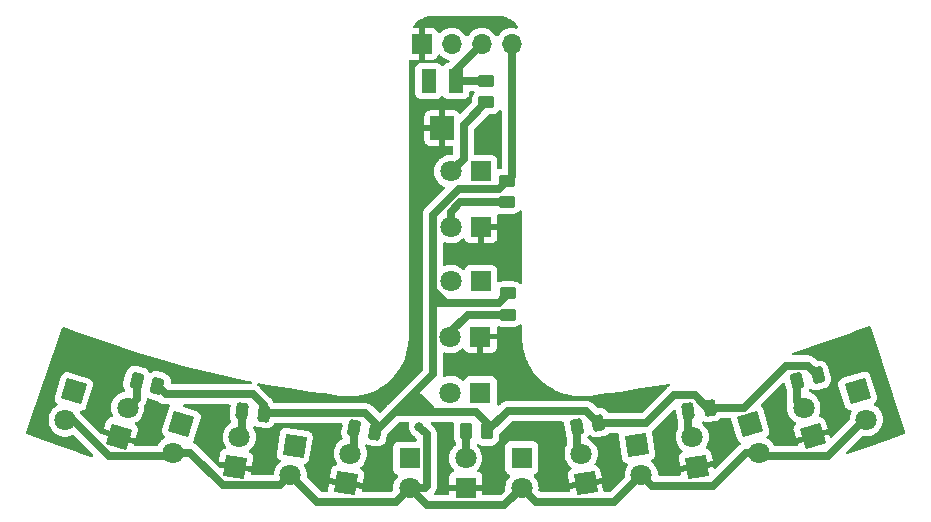
<source format=gbr>
%TF.GenerationSoftware,KiCad,Pcbnew,7.0.9*%
%TF.CreationDate,2025-05-06T13:12:28+09:00*%
%TF.ProjectId,Line_side&back,4c696e65-5f73-4696-9465-266261636b2e,rev?*%
%TF.SameCoordinates,Original*%
%TF.FileFunction,Copper,L1,Top*%
%TF.FilePolarity,Positive*%
%FSLAX46Y46*%
G04 Gerber Fmt 4.6, Leading zero omitted, Abs format (unit mm)*
G04 Created by KiCad (PCBNEW 7.0.9) date 2025-05-06 13:12:28*
%MOMM*%
%LPD*%
G01*
G04 APERTURE LIST*
G04 Aperture macros list*
%AMRoundRect*
0 Rectangle with rounded corners*
0 $1 Rounding radius*
0 $2 $3 $4 $5 $6 $7 $8 $9 X,Y pos of 4 corners*
0 Add a 4 corners polygon primitive as box body*
4,1,4,$2,$3,$4,$5,$6,$7,$8,$9,$2,$3,0*
0 Add four circle primitives for the rounded corners*
1,1,$1+$1,$2,$3*
1,1,$1+$1,$4,$5*
1,1,$1+$1,$6,$7*
1,1,$1+$1,$8,$9*
0 Add four rect primitives between the rounded corners*
20,1,$1+$1,$2,$3,$4,$5,0*
20,1,$1+$1,$4,$5,$6,$7,0*
20,1,$1+$1,$6,$7,$8,$9,0*
20,1,$1+$1,$8,$9,$2,$3,0*%
%AMRotRect*
0 Rectangle, with rotation*
0 The origin of the aperture is its center*
0 $1 length*
0 $2 width*
0 $3 Rotation angle, in degrees counterclockwise*
0 Add horizontal line*
21,1,$1,$2,0,0,$3*%
G04 Aperture macros list end*
%TA.AperFunction,ComponentPad*%
%ADD10RotRect,1.800000X1.800000X81.500000*%
%TD*%
%TA.AperFunction,ComponentPad*%
%ADD11C,1.800000*%
%TD*%
%TA.AperFunction,ComponentPad*%
%ADD12RotRect,1.800000X1.800000X253.000000*%
%TD*%
%TA.AperFunction,SMDPad,CuDef*%
%ADD13R,1.300000X2.000000*%
%TD*%
%TA.AperFunction,SMDPad,CuDef*%
%ADD14R,2.000000X2.000000*%
%TD*%
%TA.AperFunction,SMDPad,CuDef*%
%ADD15RoundRect,0.250000X0.329664X0.403396X-0.188873X0.485524X-0.329664X-0.403396X0.188873X-0.485524X0*%
%TD*%
%TA.AperFunction,ComponentPad*%
%ADD16R,1.700000X1.700000*%
%TD*%
%TA.AperFunction,ComponentPad*%
%ADD17O,1.700000X1.700000*%
%TD*%
%TA.AperFunction,ComponentPad*%
%ADD18R,1.800000X1.800000*%
%TD*%
%TA.AperFunction,SMDPad,CuDef*%
%ADD19RoundRect,0.250000X0.180370X0.488746X-0.336654X0.397581X-0.180370X-0.488746X0.336654X-0.397581X0*%
%TD*%
%TA.AperFunction,SMDPad,CuDef*%
%ADD20RoundRect,0.250000X-0.450000X0.262500X-0.450000X-0.262500X0.450000X-0.262500X0.450000X0.262500X0*%
%TD*%
%TA.AperFunction,ComponentPad*%
%ADD21RotRect,1.800000X1.800000X107.000000*%
%TD*%
%TA.AperFunction,ComponentPad*%
%ADD22RotRect,1.800000X1.800000X287.000000*%
%TD*%
%TA.AperFunction,ComponentPad*%
%ADD23RotRect,1.800000X1.800000X98.500000*%
%TD*%
%TA.AperFunction,SMDPad,CuDef*%
%ADD24RoundRect,0.250000X0.315385X0.414655X-0.205702X0.478636X-0.315385X-0.414655X0.205702X-0.478636X0*%
%TD*%
%TA.AperFunction,ComponentPad*%
%ADD25RotRect,1.800000X1.800000X73.000000*%
%TD*%
%TA.AperFunction,SMDPad,CuDef*%
%ADD26RoundRect,0.250000X0.370024X0.366727X-0.137087X0.502607X-0.370024X-0.366727X0.137087X-0.502607X0*%
%TD*%
%TA.AperFunction,SMDPad,CuDef*%
%ADD27RoundRect,0.250000X0.197317X0.482154X-0.322573X0.409088X-0.197317X-0.482154X0.322573X-0.409088X0*%
%TD*%
%TA.AperFunction,ComponentPad*%
%ADD28RotRect,1.800000X1.800000X278.500000*%
%TD*%
%TA.AperFunction,SMDPad,CuDef*%
%ADD29RoundRect,0.250000X0.262500X0.450000X-0.262500X0.450000X-0.262500X-0.450000X0.262500X-0.450000X0*%
%TD*%
%TA.AperFunction,SMDPad,CuDef*%
%ADD30RoundRect,0.250000X0.137087X0.502607X-0.370024X0.366727X-0.137087X-0.502607X0.370024X-0.366727X0*%
%TD*%
%TA.AperFunction,ComponentPad*%
%ADD31RotRect,1.800000X1.800000X261.500000*%
%TD*%
%TA.AperFunction,SMDPad,CuDef*%
%ADD32RoundRect,0.250000X0.450000X-0.262500X0.450000X0.262500X-0.450000X0.262500X-0.450000X-0.262500X0*%
%TD*%
%TA.AperFunction,ViaPad*%
%ADD33C,0.800000*%
%TD*%
%TA.AperFunction,Conductor*%
%ADD34C,0.700000*%
%TD*%
G04 APERTURE END LIST*
D10*
%TO.P,D10,1,K*%
%TO.N,GND*%
X131534026Y-152678362D03*
D11*
%TO.P,D10,2,A*%
%TO.N,Net-(D10-A)*%
X131909462Y-150166262D03*
%TD*%
D12*
%TO.P,Q3,1,C*%
%TO.N,+3.3V*%
X117909496Y-146280516D03*
D11*
%TO.P,Q3,2,E*%
%TO.N,Net-(Q1-E)*%
X117166872Y-148709530D03*
%TD*%
D13*
%TO.P,RV1,1,1*%
%TO.N,unconnected-(RV1-Pad1)*%
X147940000Y-120000000D03*
D14*
%TO.P,RV1,2,2*%
%TO.N,GND*%
X149090000Y-124000000D03*
D13*
%TO.P,RV1,3,3*%
%TO.N,Data_Line_sensor*%
X150240000Y-120000000D03*
%TD*%
D15*
%TO.P,R1,1*%
%TO.N,+5V*%
X143432532Y-149705492D03*
%TO.P,R1,2*%
%TO.N,Net-(D1-A)*%
X141630000Y-149420000D03*
%TD*%
D16*
%TO.P,J1,1,Pin_1*%
%TO.N,GND*%
X147360000Y-116860000D03*
D17*
%TO.P,J1,2,Pin_2*%
%TO.N,+3.3V*%
X149900000Y-116860000D03*
%TO.P,J1,3,Pin_3*%
%TO.N,Data_Line_sensor*%
X152440000Y-116860000D03*
%TO.P,J1,4,Pin_4*%
%TO.N,+5V*%
X154980000Y-116860000D03*
%TD*%
D18*
%TO.P,Q6,1,C*%
%TO.N,+3.3V*%
X155840000Y-151920000D03*
D11*
%TO.P,Q6,2,E*%
%TO.N,Net-(Q1-E)*%
X155840000Y-154460000D03*
%TD*%
D19*
%TO.P,R5,1*%
%TO.N,+5V*%
X162268637Y-148941546D03*
%TO.P,R5,2*%
%TO.N,Net-(D4-A)*%
X160471363Y-149258454D03*
%TD*%
D20*
%TO.P,R8,1*%
%TO.N,+5V*%
X154690000Y-137987500D03*
%TO.P,R8,2*%
%TO.N,Net-(D7-A)*%
X154690000Y-139812500D03*
%TD*%
D21*
%TO.P,D2,1,K*%
%TO.N,GND*%
X180451331Y-150092653D03*
D11*
%TO.P,D2,2,A*%
%TO.N,Net-(D2-A)*%
X179708707Y-147663639D03*
%TD*%
D22*
%TO.P,Q4,1,C*%
%TO.N,+3.3V*%
X184251947Y-146243260D03*
D11*
%TO.P,Q4,2,E*%
%TO.N,Net-(Q1-E)*%
X184994571Y-148672274D03*
%TD*%
D18*
%TO.P,D6,1,K*%
%TO.N,GND*%
X152365000Y-132330000D03*
D11*
%TO.P,D6,2,A*%
%TO.N,Net-(D6-A)*%
X149825000Y-132330000D03*
%TD*%
D23*
%TO.P,D3,1,K*%
%TO.N,GND*%
X170632337Y-152649416D03*
D11*
%TO.P,D3,2,A*%
%TO.N,Net-(D3-A)*%
X170256901Y-150137316D03*
%TD*%
D24*
%TO.P,R11,1*%
%TO.N,+5V*%
X133965698Y-148181206D03*
%TO.P,R11,2*%
%TO.N,Net-(D10-A)*%
X132154302Y-147958794D03*
%TD*%
D22*
%TO.P,Q8,1,C*%
%TO.N,+3.3V*%
X175163336Y-149042841D03*
D11*
%TO.P,Q8,2,E*%
%TO.N,Net-(Q1-E)*%
X175905960Y-151471855D03*
%TD*%
D25*
%TO.P,D8,1,K*%
%TO.N,GND*%
X121706396Y-150107858D03*
D11*
%TO.P,D8,2,A*%
%TO.N,Net-(D8-A)*%
X122449020Y-147678844D03*
%TD*%
D20*
%TO.P,R7,1*%
%TO.N,+5V*%
X154590000Y-128437500D03*
%TO.P,R7,2*%
%TO.N,Net-(D6-A)*%
X154590000Y-130262500D03*
%TD*%
D18*
%TO.P,Q16,1,C*%
%TO.N,+3.3V*%
X152345000Y-127660000D03*
D11*
%TO.P,Q16,2,E*%
%TO.N,Net-(Q1-E)*%
X149805000Y-127660000D03*
%TD*%
D26*
%TO.P,R9,1*%
%TO.N,+5V*%
X124971407Y-145836172D03*
%TO.P,R9,2*%
%TO.N,Net-(D8-A)*%
X123208593Y-145363828D03*
%TD*%
D27*
%TO.P,R4,1*%
%TO.N,+5V*%
X171743620Y-147653005D03*
%TO.P,R4,2*%
%TO.N,Net-(D3-A)*%
X169936380Y-147906995D03*
%TD*%
D18*
%TO.P,Q7,1,C*%
%TO.N,+3.3V*%
X152355000Y-136980000D03*
D11*
%TO.P,Q7,2,E*%
%TO.N,Net-(Q1-E)*%
X149815000Y-136980000D03*
%TD*%
D10*
%TO.P,D1,1,K*%
%TO.N,GND*%
X140942523Y-154064249D03*
D11*
%TO.P,D1,2,A*%
%TO.N,Net-(D1-A)*%
X141317959Y-151552149D03*
%TD*%
D18*
%TO.P,D5,1,K*%
%TO.N,GND*%
X151080000Y-154490000D03*
D11*
%TO.P,D5,2,A*%
%TO.N,Net-(D5-A)*%
X151080000Y-151950000D03*
%TD*%
D28*
%TO.P,Q10,1,C*%
%TO.N,+3.3V*%
X165570444Y-150847823D03*
D11*
%TO.P,Q10,2,E*%
%TO.N,Net-(Q1-E)*%
X165945880Y-153359923D03*
%TD*%
D29*
%TO.P,R6,1*%
%TO.N,+5V*%
X152912500Y-149680000D03*
%TO.P,R6,2*%
%TO.N,Net-(D5-A)*%
X151087500Y-149680000D03*
%TD*%
D30*
%TO.P,R2,1*%
%TO.N,+5V*%
X180890000Y-144930000D03*
%TO.P,R2,2*%
%TO.N,Net-(D2-A)*%
X179127186Y-145402344D03*
%TD*%
D18*
%TO.P,D7,1,K*%
%TO.N,GND*%
X152325000Y-141640000D03*
D11*
%TO.P,D7,2,A*%
%TO.N,Net-(D7-A)*%
X149785000Y-141640000D03*
%TD*%
D31*
%TO.P,Q5,1,C*%
%TO.N,+3.3V*%
X136605809Y-150878247D03*
D11*
%TO.P,Q5,2,E*%
%TO.N,Net-(Q1-E)*%
X136230373Y-153390347D03*
%TD*%
D23*
%TO.P,D4,1,K*%
%TO.N,GND*%
X161229752Y-154074864D03*
D11*
%TO.P,D4,2,A*%
%TO.N,Net-(D4-A)*%
X160854316Y-151562764D03*
%TD*%
D32*
%TO.P,R3,1*%
%TO.N,Net-(Q1-E)*%
X152820000Y-121815000D03*
%TO.P,R3,2*%
%TO.N,Data_Line_sensor*%
X152820000Y-119990000D03*
%TD*%
D18*
%TO.P,Q1,1,C*%
%TO.N,+3.3V*%
X146330000Y-151940000D03*
D11*
%TO.P,Q1,2,E*%
%TO.N,Net-(Q1-E)*%
X146330000Y-154480000D03*
%TD*%
D18*
%TO.P,Q15,1,C*%
%TO.N,+3.3V*%
X152330000Y-146380000D03*
D11*
%TO.P,Q15,2,E*%
%TO.N,Net-(Q1-E)*%
X149790000Y-146380000D03*
%TD*%
D12*
%TO.P,Q14,1,C*%
%TO.N,+3.3V*%
X127009802Y-149041844D03*
D11*
%TO.P,Q14,2,E*%
%TO.N,Net-(Q1-E)*%
X126267178Y-151470858D03*
%TD*%
D33*
%TO.N,GND*%
X152450000Y-125730000D03*
X155350000Y-141270000D03*
X155400000Y-131670000D03*
X152390000Y-134210000D03*
%TO.N,Net-(Q1-E)*%
X147160000Y-149300000D03*
%TD*%
D34*
%TO.N,Net-(D1-A)*%
X141630000Y-149420000D02*
X141630000Y-151240108D01*
X141630000Y-151240108D02*
X141317959Y-151552149D01*
%TO.N,Net-(D2-A)*%
X179127186Y-145402344D02*
X179127186Y-147082118D01*
X179127186Y-147082118D02*
X179708707Y-147663639D01*
%TO.N,Net-(D3-A)*%
X169936380Y-147906995D02*
X169936380Y-149816795D01*
X169936380Y-149816795D02*
X170256901Y-150137316D01*
%TO.N,Net-(D4-A)*%
X160471363Y-149258454D02*
X160471363Y-151179811D01*
X160471363Y-151179811D02*
X160854316Y-151562764D01*
%TO.N,Net-(D5-A)*%
X151087500Y-149680000D02*
X151087500Y-151942500D01*
X151087500Y-151942500D02*
X151080000Y-151950000D01*
%TO.N,Net-(D6-A)*%
X154590000Y-130262500D02*
X150619708Y-130262500D01*
X150619708Y-130262500D02*
X149825000Y-131057208D01*
X149825000Y-131057208D02*
X149825000Y-132330000D01*
%TO.N,Data_Line_sensor*%
X150240000Y-119060000D02*
X152440000Y-116860000D01*
X152820000Y-119990000D02*
X150250000Y-119990000D01*
X150240000Y-120000000D02*
X150240000Y-119060000D01*
%TO.N,+5V*%
X170467493Y-146623847D02*
X168696153Y-146623847D01*
X154690000Y-137987500D02*
X153877500Y-138800000D01*
X171743620Y-147653005D02*
X171496651Y-147653005D01*
X178212980Y-144097020D02*
X180057020Y-144097020D01*
X147790000Y-148030000D02*
X146690000Y-148030000D01*
X148730000Y-148030000D02*
X148350000Y-148030000D01*
X166378454Y-148941546D02*
X162268637Y-148941546D01*
X133965698Y-148181206D02*
X133965698Y-147475949D01*
X125675235Y-146540000D02*
X124971407Y-145836172D01*
X134013202Y-148133702D02*
X133965698Y-148181206D01*
X146690000Y-148030000D02*
X145108024Y-148030000D01*
X146690000Y-147220000D02*
X146690000Y-147630000D01*
X142569468Y-148133702D02*
X134013202Y-148133702D01*
X154980000Y-116860000D02*
X154980000Y-128047500D01*
X154980000Y-128047500D02*
X154590000Y-128437500D01*
X146690000Y-146448024D02*
X146690000Y-147220000D01*
X148300000Y-144838024D02*
X146729012Y-146409012D01*
X133029749Y-146540000D02*
X125675235Y-146540000D01*
X150340000Y-138800000D02*
X149380000Y-138800000D01*
X149110000Y-138800000D02*
X148670000Y-138800000D01*
X146729012Y-146409012D02*
X145759012Y-147379012D01*
X147790000Y-148030000D02*
X147500000Y-148030000D01*
X171496651Y-147653005D02*
X170467493Y-146623847D01*
X147790000Y-147470000D02*
X146729012Y-146409012D01*
X151962500Y-148030000D02*
X148730000Y-148030000D01*
X148300000Y-137720000D02*
X148300000Y-144838024D01*
X147790000Y-148030000D02*
X147790000Y-147470000D01*
X149110000Y-138530000D02*
X148830000Y-138250000D01*
X161296321Y-147969230D02*
X154623270Y-147969230D01*
X154623270Y-147969230D02*
X152912500Y-149680000D01*
X154590000Y-128437500D02*
X153917500Y-129110000D01*
X133965698Y-147475949D02*
X133029749Y-146540000D01*
X162268637Y-148941546D02*
X161296321Y-147969230D01*
X146690000Y-147630000D02*
X146010000Y-147630000D01*
X152912500Y-149680000D02*
X152912500Y-148980000D01*
X148830000Y-138250000D02*
X148300000Y-137720000D01*
X146729012Y-146409012D02*
X146690000Y-146448024D01*
X174656995Y-147653005D02*
X178212980Y-144097020D01*
X180057020Y-144097020D02*
X180890000Y-144930000D01*
X152912500Y-148980000D02*
X151962500Y-148030000D01*
X171743620Y-147653005D02*
X174656995Y-147653005D01*
X143432532Y-149705492D02*
X143432532Y-148996766D01*
X153877500Y-138800000D02*
X150340000Y-138800000D01*
X150340000Y-138800000D02*
X149110000Y-138800000D01*
X145759012Y-147379012D02*
X143432532Y-149705492D01*
X148730000Y-148030000D02*
X147790000Y-148030000D01*
X148300000Y-131309416D02*
X148300000Y-137720000D01*
X146010000Y-147630000D02*
X145759012Y-147379012D01*
X146690000Y-147630000D02*
X146690000Y-148030000D01*
X149110000Y-138800000D02*
X149110000Y-138530000D01*
X143432532Y-148996766D02*
X142569468Y-148133702D01*
X148350000Y-148030000D02*
X147790000Y-147470000D01*
X147500000Y-148030000D02*
X146690000Y-147220000D01*
X150499416Y-129110000D02*
X148300000Y-131309416D01*
X148670000Y-138800000D02*
X148300000Y-138430000D01*
X168696153Y-146623847D02*
X166378454Y-148941546D01*
X149380000Y-138800000D02*
X148830000Y-138250000D01*
X153917500Y-129110000D02*
X150499416Y-129110000D01*
%TO.N,Net-(Q1-E)*%
X145172608Y-155637392D02*
X146330000Y-154480000D01*
X117166872Y-148709530D02*
X117808900Y-148709530D01*
X147780000Y-154302792D02*
X147780000Y-149920000D01*
X175905960Y-151471855D02*
X176200567Y-151766462D01*
X147780000Y-149920000D02*
X147160000Y-149300000D01*
X150895000Y-123740000D02*
X150895000Y-126570000D01*
X146330000Y-154480000D02*
X147602792Y-154480000D01*
X135369215Y-154251505D02*
X136230373Y-153390347D01*
X150895000Y-126570000D02*
X149805000Y-127660000D01*
X152820000Y-121815000D02*
X150895000Y-123740000D01*
X174838145Y-151471855D02*
X175905960Y-151471855D01*
X147602792Y-154480000D02*
X147780000Y-154302792D01*
X130549123Y-154251505D02*
X135369215Y-154251505D01*
X165945880Y-153359923D02*
X166845880Y-154259923D01*
X136230373Y-153390347D02*
X138477418Y-155637392D01*
X163657796Y-155648007D02*
X165945880Y-153359923D01*
X126267178Y-151470858D02*
X127768476Y-151470858D01*
X154360000Y-155940000D02*
X155840000Y-154460000D01*
X155840000Y-154460000D02*
X157028007Y-155648007D01*
X117808900Y-148709530D02*
X120881037Y-151781667D01*
X120881037Y-151781667D02*
X125956369Y-151781667D01*
X172050077Y-154259923D02*
X174838145Y-151471855D01*
X146330000Y-154480000D02*
X147790000Y-155940000D01*
X147790000Y-155940000D02*
X154360000Y-155940000D01*
X127768476Y-151470858D02*
X130549123Y-154251505D01*
X176200567Y-151766462D02*
X181733538Y-151766462D01*
X184827726Y-148672274D02*
X184994571Y-148672274D01*
X125956369Y-151781667D02*
X126267178Y-151470858D01*
X166845880Y-154259923D02*
X172050077Y-154259923D01*
X157028007Y-155648007D02*
X163657796Y-155648007D01*
X138477418Y-155637392D02*
X145172608Y-155637392D01*
X181733538Y-151766462D02*
X184827726Y-148672274D01*
%TO.N,Net-(D7-A)*%
X151252500Y-139812500D02*
X149785000Y-141280000D01*
X154690000Y-139812500D02*
X151252500Y-139812500D01*
X149762500Y-141617500D02*
X149785000Y-141640000D01*
X149785000Y-141280000D02*
X149785000Y-141640000D01*
%TO.N,Net-(D8-A)*%
X123208593Y-146919271D02*
X122449020Y-147678844D01*
X123208593Y-145363828D02*
X123208593Y-146919271D01*
%TO.N,Net-(D10-A)*%
X132154302Y-149921422D02*
X131909462Y-150166262D01*
X132154302Y-147958794D02*
X132154302Y-149921422D01*
%TD*%
%TA.AperFunction,Conductor*%
%TO.N,GND*%
G36*
X148419433Y-148882693D02*
G01*
X148419433Y-148882692D01*
X148419436Y-148882693D01*
X148420480Y-148882608D01*
X148442649Y-148880500D01*
X148637503Y-148880500D01*
X149978462Y-148880500D01*
X150045501Y-148900185D01*
X150091256Y-148952989D01*
X150101200Y-149022147D01*
X150096168Y-149043504D01*
X150085001Y-149077203D01*
X150085000Y-149077204D01*
X150074500Y-149179983D01*
X150074500Y-150180001D01*
X150074501Y-150180019D01*
X150085000Y-150282796D01*
X150085001Y-150282799D01*
X150132537Y-150426252D01*
X150140186Y-150449334D01*
X150218539Y-150576366D01*
X150237000Y-150641461D01*
X150237000Y-150770797D01*
X150217315Y-150837836D01*
X150189163Y-150868650D01*
X150128218Y-150916085D01*
X150128216Y-150916086D01*
X150128216Y-150916087D01*
X150117037Y-150928231D01*
X149971016Y-151086852D01*
X149844075Y-151281151D01*
X149750842Y-151493699D01*
X149693866Y-151718691D01*
X149693864Y-151718702D01*
X149674700Y-151949993D01*
X149674700Y-151950006D01*
X149693864Y-152181297D01*
X149693866Y-152181308D01*
X149750842Y-152406300D01*
X149844075Y-152618848D01*
X149971018Y-152813150D01*
X150066167Y-152916510D01*
X150097089Y-152979164D01*
X150089228Y-153048590D01*
X150045081Y-153102746D01*
X150018271Y-153116674D01*
X149937911Y-153146646D01*
X149937906Y-153146649D01*
X149822812Y-153232809D01*
X149822809Y-153232812D01*
X149736649Y-153347906D01*
X149736645Y-153347913D01*
X149686403Y-153482620D01*
X149686401Y-153482627D01*
X149680000Y-153542155D01*
X149680000Y-154240000D01*
X150704722Y-154240000D01*
X150656375Y-154323740D01*
X150626190Y-154455992D01*
X150636327Y-154591265D01*
X150685887Y-154717541D01*
X150703797Y-154740000D01*
X149680000Y-154740000D01*
X149680000Y-154965500D01*
X149660315Y-155032539D01*
X149607511Y-155078294D01*
X149556000Y-155089500D01*
X148500325Y-155089500D01*
X148433286Y-155069815D01*
X148387531Y-155017011D01*
X148377587Y-154947853D01*
X148401609Y-154890459D01*
X148408781Y-154881025D01*
X148450098Y-154826672D01*
X148500842Y-154763546D01*
X148500842Y-154763544D01*
X148500844Y-154763543D01*
X148501424Y-154762635D01*
X148512449Y-154744861D01*
X148513051Y-154743861D01*
X148513052Y-154743858D01*
X148513054Y-154743856D01*
X148547060Y-154670352D01*
X148583036Y-154597813D01*
X148583037Y-154597806D01*
X148583434Y-154596727D01*
X148590389Y-154576975D01*
X148590727Y-154575969D01*
X148590732Y-154575959D01*
X148608141Y-154496865D01*
X148627684Y-154418287D01*
X148627683Y-154418287D01*
X148627685Y-154418283D01*
X148627830Y-154417218D01*
X148630371Y-154396469D01*
X148630500Y-154395289D01*
X148630500Y-154314323D01*
X148632693Y-154233356D01*
X148632608Y-154232312D01*
X148630500Y-154210144D01*
X148630500Y-149957087D01*
X148630705Y-149952052D01*
X148635201Y-149896836D01*
X148633724Y-149885998D01*
X148624270Y-149816607D01*
X148615514Y-149736090D01*
X148615513Y-149736088D01*
X148615513Y-149736084D01*
X148615280Y-149735026D01*
X148610497Y-149714621D01*
X148610227Y-149713532D01*
X148582299Y-149637513D01*
X148580156Y-149631154D01*
X148556444Y-149560779D01*
X148556441Y-149560775D01*
X148556441Y-149560773D01*
X148556006Y-149559831D01*
X148546895Y-149540818D01*
X148546432Y-149539884D01*
X148543579Y-149535421D01*
X148502822Y-149471658D01*
X148461070Y-149402264D01*
X148461068Y-149402262D01*
X148461067Y-149402260D01*
X148460455Y-149401455D01*
X148447503Y-149384889D01*
X148446803Y-149384018D01*
X148446799Y-149384011D01*
X148389556Y-149326768D01*
X148364200Y-149300000D01*
X148333848Y-149267957D01*
X148333108Y-149267328D01*
X148315875Y-149253087D01*
X148154969Y-149092181D01*
X148121484Y-149030858D01*
X148126468Y-148961166D01*
X148168340Y-148905233D01*
X148233804Y-148880816D01*
X148242650Y-148880500D01*
X148257503Y-148880500D01*
X148338470Y-148880500D01*
X148419433Y-148882693D01*
G37*
%TD.AperFunction*%
%TA.AperFunction,Conductor*%
G36*
X159329767Y-148839415D02*
G01*
X159375522Y-148892219D01*
X159386400Y-148934718D01*
X159386925Y-148941935D01*
X159386928Y-148941953D01*
X159560577Y-149926764D01*
X159560578Y-149926769D01*
X159583216Y-150006593D01*
X159588769Y-150026175D01*
X159591732Y-150031671D01*
X159606008Y-150058146D01*
X159620863Y-150116997D01*
X159620863Y-150862281D01*
X159610419Y-150912091D01*
X159525158Y-151106463D01*
X159468182Y-151331455D01*
X159468180Y-151331466D01*
X159449016Y-151562757D01*
X159449016Y-151562770D01*
X159468180Y-151794061D01*
X159468182Y-151794072D01*
X159525158Y-152019064D01*
X159618391Y-152231612D01*
X159745332Y-152425911D01*
X159745335Y-152425915D01*
X159745337Y-152425917D01*
X159902532Y-152596677D01*
X159993011Y-152667099D01*
X160033824Y-152723810D01*
X160037499Y-152793583D01*
X160002868Y-152854266D01*
X159976880Y-152873453D01*
X159901649Y-152915076D01*
X159901647Y-152915077D01*
X159800550Y-153017306D01*
X159732342Y-153143881D01*
X159702562Y-153284535D01*
X159702562Y-153284536D01*
X159705032Y-153344380D01*
X159705032Y-153344383D01*
X159808176Y-154034542D01*
X160820790Y-153883206D01*
X160806127Y-153908604D01*
X160775942Y-154040856D01*
X160786079Y-154176129D01*
X160835639Y-154302405D01*
X160895589Y-154377581D01*
X159882082Y-154529051D01*
X159900932Y-154655178D01*
X159891373Y-154724391D01*
X159845912Y-154777448D01*
X159778983Y-154797505D01*
X159778294Y-154797507D01*
X157431658Y-154797507D01*
X157364619Y-154777822D01*
X157343977Y-154761188D01*
X157270444Y-154687655D01*
X157236959Y-154626332D01*
X157234549Y-154589736D01*
X157245300Y-154460000D01*
X157226134Y-154228695D01*
X157197087Y-154113993D01*
X157169157Y-154003699D01*
X157075924Y-153791151D01*
X156948983Y-153596852D01*
X156948980Y-153596849D01*
X156948979Y-153596847D01*
X156854195Y-153493884D01*
X156823275Y-153431232D01*
X156831135Y-153361806D01*
X156875283Y-153307651D01*
X156902095Y-153293722D01*
X156982326Y-153263798D01*
X156982326Y-153263797D01*
X156982331Y-153263796D01*
X157097546Y-153177546D01*
X157183796Y-153062331D01*
X157234091Y-152927483D01*
X157240500Y-152867873D01*
X157240499Y-150972128D01*
X157235299Y-150923757D01*
X157234091Y-150912516D01*
X157183797Y-150777671D01*
X157183793Y-150777664D01*
X157097547Y-150662455D01*
X157097544Y-150662452D01*
X156982335Y-150576206D01*
X156982328Y-150576202D01*
X156847482Y-150525908D01*
X156847483Y-150525908D01*
X156787883Y-150519501D01*
X156787881Y-150519500D01*
X156787873Y-150519500D01*
X156787864Y-150519500D01*
X154892129Y-150519500D01*
X154892123Y-150519501D01*
X154832516Y-150525908D01*
X154697671Y-150576202D01*
X154697664Y-150576206D01*
X154582455Y-150662452D01*
X154582452Y-150662455D01*
X154496206Y-150777664D01*
X154496202Y-150777671D01*
X154445908Y-150912517D01*
X154439501Y-150972116D01*
X154439501Y-150972123D01*
X154439500Y-150972135D01*
X154439500Y-152867870D01*
X154439501Y-152867876D01*
X154445908Y-152927483D01*
X154496202Y-153062328D01*
X154496206Y-153062335D01*
X154582452Y-153177544D01*
X154582455Y-153177547D01*
X154697664Y-153263793D01*
X154697673Y-153263798D01*
X154777904Y-153293722D01*
X154833838Y-153335593D01*
X154858256Y-153401057D01*
X154843405Y-153469330D01*
X154825802Y-153493886D01*
X154731019Y-153596849D01*
X154604075Y-153791151D01*
X154510842Y-154003699D01*
X154453866Y-154228691D01*
X154434700Y-154460000D01*
X154445450Y-154589736D01*
X154431368Y-154658172D01*
X154409554Y-154687656D01*
X154044030Y-155053181D01*
X153982707Y-155086666D01*
X153956349Y-155089500D01*
X152604000Y-155089500D01*
X152536961Y-155069815D01*
X152491206Y-155017011D01*
X152480000Y-154965500D01*
X152480000Y-154740000D01*
X151455278Y-154740000D01*
X151503625Y-154656260D01*
X151533810Y-154524008D01*
X151523673Y-154388735D01*
X151474113Y-154262459D01*
X151456203Y-154240000D01*
X152480000Y-154240000D01*
X152480000Y-153542172D01*
X152479999Y-153542155D01*
X152473598Y-153482627D01*
X152473596Y-153482620D01*
X152423354Y-153347913D01*
X152423350Y-153347906D01*
X152337190Y-153232812D01*
X152337187Y-153232809D01*
X152222093Y-153146649D01*
X152222086Y-153146645D01*
X152141729Y-153116674D01*
X152085795Y-153074803D01*
X152061378Y-153009338D01*
X152076230Y-152941065D01*
X152093826Y-152916516D01*
X152188979Y-152813153D01*
X152315924Y-152618849D01*
X152409157Y-152406300D01*
X152466134Y-152181305D01*
X152466554Y-152176238D01*
X152485300Y-151950006D01*
X152485300Y-151949993D01*
X152466135Y-151718702D01*
X152466133Y-151718691D01*
X152409157Y-151493699D01*
X152315924Y-151281151D01*
X152188983Y-151086852D01*
X152188980Y-151086849D01*
X152188979Y-151086847D01*
X152032462Y-150916824D01*
X152001542Y-150854172D01*
X152009402Y-150784746D01*
X152053549Y-150730591D01*
X152119967Y-150708900D01*
X152187568Y-150726561D01*
X152188790Y-150727305D01*
X152330659Y-150814810D01*
X152330660Y-150814810D01*
X152330666Y-150814814D01*
X152497203Y-150869999D01*
X152599991Y-150880500D01*
X153225008Y-150880499D01*
X153225016Y-150880498D01*
X153225019Y-150880498D01*
X153281302Y-150874748D01*
X153327797Y-150869999D01*
X153494334Y-150814814D01*
X153643656Y-150722712D01*
X153767712Y-150598656D01*
X153859814Y-150449334D01*
X153914999Y-150282797D01*
X153925500Y-150180009D01*
X153925499Y-149921149D01*
X153945183Y-149854111D01*
X153961813Y-149833474D01*
X154939240Y-148856049D01*
X155000563Y-148822564D01*
X155026921Y-148819730D01*
X159262728Y-148819730D01*
X159329767Y-148839415D01*
G37*
%TD.AperFunction*%
%TA.AperFunction,Conductor*%
G36*
X164012982Y-149811731D02*
G01*
X164058737Y-149864535D01*
X164068681Y-149933693D01*
X164067254Y-149941728D01*
X164066119Y-149947090D01*
X164042750Y-150057461D01*
X164042750Y-150057468D01*
X164045223Y-150117371D01*
X164325433Y-151992291D01*
X164333378Y-152022715D01*
X164340581Y-152050299D01*
X164410256Y-152176232D01*
X164410257Y-152176233D01*
X164410261Y-152176238D01*
X164503399Y-152268346D01*
X164512588Y-152277433D01*
X164639286Y-152345706D01*
X164722407Y-152363304D01*
X164783914Y-152396447D01*
X164817740Y-152457583D01*
X164813143Y-152527302D01*
X164800531Y-152552436D01*
X164709955Y-152691074D01*
X164616722Y-152903622D01*
X164559746Y-153128614D01*
X164559744Y-153128625D01*
X164540580Y-153359916D01*
X164540580Y-153359918D01*
X164540580Y-153359923D01*
X164550747Y-153482620D01*
X164551330Y-153489659D01*
X164537248Y-153558095D01*
X164515434Y-153587579D01*
X163341826Y-154761188D01*
X163280503Y-154794673D01*
X163254145Y-154797507D01*
X162860145Y-154797507D01*
X162793106Y-154777822D01*
X162747351Y-154725018D01*
X162737507Y-154691835D01*
X162651325Y-154115183D01*
X161638714Y-154266519D01*
X161653377Y-154241124D01*
X161683562Y-154108872D01*
X161673425Y-153973599D01*
X161623865Y-153847323D01*
X161563913Y-153772145D01*
X162577421Y-153620675D01*
X162474276Y-152930515D01*
X162474274Y-152930509D01*
X162459143Y-152872568D01*
X162459141Y-152872563D01*
X162389537Y-152746759D01*
X162287309Y-152645662D01*
X162160735Y-152577455D01*
X162077494Y-152559830D01*
X162015986Y-152526685D01*
X161982162Y-152465549D01*
X161986760Y-152395831D01*
X161999372Y-152370697D01*
X162074360Y-152255919D01*
X162090240Y-152231613D01*
X162183473Y-152019064D01*
X162240450Y-151794069D01*
X162240451Y-151794061D01*
X162259616Y-151562770D01*
X162259616Y-151562757D01*
X162240451Y-151331466D01*
X162240449Y-151331455D01*
X162183473Y-151106463D01*
X162090240Y-150893915D01*
X161963299Y-150699616D01*
X161963296Y-150699613D01*
X161963295Y-150699611D01*
X161806100Y-150528851D01*
X161806095Y-150528847D01*
X161806093Y-150528845D01*
X161622950Y-150386299D01*
X161622944Y-150386295D01*
X161447917Y-150291575D01*
X161398327Y-150242355D01*
X161383219Y-150174139D01*
X161405358Y-150111399D01*
X161448453Y-150049854D01*
X161503028Y-150006231D01*
X161572527Y-149999039D01*
X161621149Y-150019405D01*
X161729654Y-150095381D01*
X161729662Y-150095384D01*
X161892697Y-150160153D01*
X161892699Y-150160153D01*
X161892701Y-150160154D01*
X162066290Y-150185582D01*
X162169340Y-150178074D01*
X162784862Y-150069540D01*
X162884266Y-150041351D01*
X163038690Y-149958085D01*
X163169750Y-149841453D01*
X163169754Y-149841447D01*
X163174554Y-149836055D01*
X163176382Y-149837682D01*
X163221884Y-149801303D01*
X163268895Y-149792046D01*
X163945943Y-149792046D01*
X164012982Y-149811731D01*
G37*
%TD.AperFunction*%
%TA.AperFunction,Conductor*%
G36*
X140595250Y-149003887D02*
G01*
X140641005Y-149056691D01*
X140650949Y-149125849D01*
X140650684Y-149127600D01*
X140551255Y-149755372D01*
X140551254Y-149755380D01*
X140545545Y-149858550D01*
X140573998Y-150031666D01*
X140573999Y-150031671D01*
X140597478Y-150087892D01*
X140638275Y-150185581D01*
X140643422Y-150197904D01*
X140651092Y-150267351D01*
X140619999Y-150329921D01*
X140588018Y-150354743D01*
X140549335Y-150375677D01*
X140549324Y-150375684D01*
X140366181Y-150518230D01*
X140366178Y-150518233D01*
X140366175Y-150518235D01*
X140366175Y-150518236D01*
X140357055Y-150528143D01*
X140208975Y-150689001D01*
X140082034Y-150883300D01*
X139988801Y-151095848D01*
X139931825Y-151320840D01*
X139931823Y-151320851D01*
X139912659Y-151552142D01*
X139912659Y-151552155D01*
X139931823Y-151783446D01*
X139931825Y-151783457D01*
X139988801Y-152008449D01*
X140082034Y-152220997D01*
X140172903Y-152360083D01*
X140193091Y-152426972D01*
X140173910Y-152494158D01*
X140121451Y-152540308D01*
X140094780Y-152549214D01*
X140011542Y-152566838D01*
X139884965Y-152635047D01*
X139782737Y-152736144D01*
X139713133Y-152861948D01*
X139713131Y-152861953D01*
X139697999Y-152919897D01*
X139594853Y-153610060D01*
X140607343Y-153761378D01*
X140586725Y-153780509D01*
X140518898Y-153897989D01*
X140488713Y-154030241D01*
X140498850Y-154165514D01*
X140534373Y-154256025D01*
X139520947Y-154104568D01*
X139434768Y-154681220D01*
X139405391Y-154744614D01*
X139346404Y-154782061D01*
X139312130Y-154786892D01*
X138881069Y-154786892D01*
X138814030Y-154767207D01*
X138793388Y-154750573D01*
X137660817Y-153618002D01*
X137627332Y-153556679D01*
X137624922Y-153520084D01*
X137635673Y-153390347D01*
X137616507Y-153159042D01*
X137592016Y-153062331D01*
X137559530Y-152934046D01*
X137466297Y-152721498D01*
X137375721Y-152582860D01*
X137355533Y-152515971D01*
X137374714Y-152448785D01*
X137427173Y-152402635D01*
X137453842Y-152393729D01*
X137536967Y-152376130D01*
X137663665Y-152307857D01*
X137765997Y-152206656D01*
X137835672Y-152080723D01*
X137850821Y-152022716D01*
X138131029Y-150147793D01*
X138133503Y-150087890D01*
X138103692Y-149947089D01*
X138035419Y-149820391D01*
X138013653Y-149798382D01*
X137934224Y-149718064D01*
X137934219Y-149718060D01*
X137934218Y-149718059D01*
X137877219Y-149686523D01*
X137808290Y-149648386D01*
X137808282Y-149648383D01*
X137750278Y-149633235D01*
X137750277Y-149633234D01*
X135875358Y-149353027D01*
X135815454Y-149350553D01*
X135815448Y-149350553D01*
X135674652Y-149380363D01*
X135618093Y-149410841D01*
X135547953Y-149448637D01*
X135547952Y-149448637D01*
X135547950Y-149448639D01*
X135445626Y-149549831D01*
X135445620Y-149549839D01*
X135375948Y-149675765D01*
X135375945Y-149675773D01*
X135360797Y-149733777D01*
X135360796Y-149733778D01*
X135080589Y-151608697D01*
X135078115Y-151668601D01*
X135078115Y-151668607D01*
X135107925Y-151809403D01*
X135107925Y-151809404D01*
X135107926Y-151809405D01*
X135176199Y-151936103D01*
X135176201Y-151936105D01*
X135277393Y-152038429D01*
X135277398Y-152038433D01*
X135277400Y-152038435D01*
X135352510Y-152079991D01*
X135401638Y-152129668D01*
X135416111Y-152198022D01*
X135391331Y-152263350D01*
X135368641Y-152286343D01*
X135278591Y-152356432D01*
X135278589Y-152356433D01*
X135278589Y-152356434D01*
X135261022Y-152375517D01*
X135121389Y-152527199D01*
X134994448Y-152721498D01*
X134901215Y-152934046D01*
X134844239Y-153159038D01*
X134844239Y-153159042D01*
X134833615Y-153287246D01*
X134808463Y-153352429D01*
X134752062Y-153393668D01*
X134710040Y-153401005D01*
X132985484Y-153401005D01*
X132918445Y-153381320D01*
X132872690Y-153328516D01*
X132862746Y-153259358D01*
X132862846Y-153258677D01*
X132881695Y-153132549D01*
X131869206Y-152981231D01*
X131889824Y-152962102D01*
X131957651Y-152844622D01*
X131987836Y-152712370D01*
X131977699Y-152577097D01*
X131942174Y-152486582D01*
X132955599Y-152638040D01*
X133058745Y-151947881D01*
X133058745Y-151947878D01*
X133061215Y-151888034D01*
X133061215Y-151888033D01*
X133031435Y-151747379D01*
X132963227Y-151620804D01*
X132862129Y-151518575D01*
X132786897Y-151476951D01*
X132737767Y-151427272D01*
X132723295Y-151358918D01*
X132748075Y-151293590D01*
X132770761Y-151270601D01*
X132861246Y-151200175D01*
X133018441Y-151029415D01*
X133145386Y-150835111D01*
X133238619Y-150622562D01*
X133295596Y-150397567D01*
X133296530Y-150386294D01*
X133314762Y-150166268D01*
X133314762Y-150166255D01*
X133295597Y-149934964D01*
X133295595Y-149934953D01*
X133238619Y-149709961D01*
X133145386Y-149497413D01*
X133092341Y-149416221D01*
X133072154Y-149349332D01*
X133091334Y-149282146D01*
X133143792Y-149235996D01*
X133212874Y-149225533D01*
X133249208Y-149236325D01*
X133249900Y-149236652D01*
X133249902Y-149236654D01*
X133408472Y-149311723D01*
X133509214Y-149334672D01*
X134129573Y-149410842D01*
X134217379Y-149412631D01*
X134232872Y-149412947D01*
X134232872Y-149412946D01*
X134232875Y-149412947D01*
X134404896Y-149378469D01*
X134564329Y-149305251D01*
X134702579Y-149197239D01*
X134812193Y-149060254D01*
X134814612Y-149055143D01*
X134861088Y-149002975D01*
X134926687Y-148984202D01*
X140528211Y-148984202D01*
X140595250Y-149003887D01*
G37*
%TD.AperFunction*%
%TA.AperFunction,Conductor*%
G36*
X146245829Y-148900185D02*
G01*
X146291584Y-148952989D01*
X146301528Y-149022147D01*
X146296721Y-149042818D01*
X146277036Y-149103403D01*
X146274326Y-149111744D01*
X146254540Y-149300000D01*
X146274326Y-149488256D01*
X146274327Y-149488259D01*
X146332818Y-149668277D01*
X146332821Y-149668284D01*
X146427467Y-149832216D01*
X146530900Y-149947090D01*
X146554129Y-149972888D01*
X146707268Y-150084150D01*
X146707269Y-150084151D01*
X146747728Y-150102164D01*
X146784974Y-150127763D01*
X146893181Y-150235970D01*
X146926666Y-150297293D01*
X146929500Y-150323651D01*
X146929500Y-150415500D01*
X146909815Y-150482539D01*
X146857011Y-150528294D01*
X146805500Y-150539500D01*
X145382129Y-150539500D01*
X145382123Y-150539501D01*
X145322516Y-150545908D01*
X145187671Y-150596202D01*
X145187664Y-150596206D01*
X145072455Y-150682452D01*
X145072452Y-150682455D01*
X144986206Y-150797664D01*
X144986202Y-150797671D01*
X144935908Y-150932517D01*
X144929501Y-150992116D01*
X144929500Y-150992135D01*
X144929500Y-152887870D01*
X144929501Y-152887876D01*
X144935908Y-152947483D01*
X144986202Y-153082328D01*
X144986206Y-153082335D01*
X145072452Y-153197544D01*
X145072455Y-153197547D01*
X145187664Y-153283793D01*
X145187673Y-153283798D01*
X145267904Y-153313722D01*
X145323838Y-153355593D01*
X145348256Y-153421057D01*
X145333405Y-153489330D01*
X145315802Y-153513886D01*
X145221019Y-153616849D01*
X145094075Y-153811151D01*
X145000842Y-154023699D01*
X144943866Y-154248691D01*
X144943864Y-154248702D01*
X144924700Y-154479993D01*
X144924700Y-154479994D01*
X144924700Y-154480000D01*
X144934372Y-154596727D01*
X144935450Y-154609736D01*
X144921368Y-154678172D01*
X144899555Y-154707655D01*
X144856639Y-154750572D01*
X144795317Y-154784058D01*
X144768957Y-154786892D01*
X142393981Y-154786892D01*
X142326942Y-154767207D01*
X142281187Y-154714403D01*
X142271243Y-154645245D01*
X142271343Y-154644564D01*
X142290192Y-154518436D01*
X141277703Y-154367118D01*
X141298321Y-154347989D01*
X141366148Y-154230509D01*
X141396333Y-154098257D01*
X141386196Y-153962984D01*
X141350671Y-153872469D01*
X142364096Y-154023927D01*
X142467242Y-153333768D01*
X142467242Y-153333765D01*
X142469712Y-153273921D01*
X142469712Y-153273920D01*
X142439932Y-153133266D01*
X142371724Y-153006691D01*
X142270626Y-152904462D01*
X142195394Y-152862838D01*
X142146264Y-152813159D01*
X142131792Y-152744805D01*
X142156572Y-152679477D01*
X142179258Y-152656488D01*
X142269743Y-152586062D01*
X142426938Y-152415302D01*
X142553883Y-152220998D01*
X142647116Y-152008449D01*
X142704093Y-151783454D01*
X142706965Y-151748793D01*
X142723259Y-151552155D01*
X142723259Y-151552142D01*
X142704094Y-151320851D01*
X142704092Y-151320840D01*
X142664204Y-151163327D01*
X142647116Y-151095849D01*
X142573590Y-150928228D01*
X142564688Y-150858930D01*
X142594665Y-150795818D01*
X142654004Y-150758931D01*
X142723866Y-150759981D01*
X142744081Y-150768264D01*
X142836191Y-150815873D01*
X142836192Y-150815873D01*
X142836194Y-150815874D01*
X142936060Y-150842323D01*
X142936083Y-150842327D01*
X143237916Y-150890132D01*
X143553393Y-150940098D01*
X143656559Y-150945807D01*
X143829679Y-150917353D01*
X143969574Y-150858930D01*
X143991568Y-150849745D01*
X143991568Y-150849744D01*
X143991570Y-150849744D01*
X144133505Y-150746622D01*
X144247833Y-150613547D01*
X144328390Y-150457693D01*
X144333886Y-150436942D01*
X144354840Y-150357823D01*
X144354845Y-150357797D01*
X144396407Y-150095379D01*
X144418515Y-149955786D01*
X144448444Y-149892653D01*
X144453289Y-149887522D01*
X145423993Y-148916819D01*
X145485316Y-148883334D01*
X145511674Y-148880500D01*
X146178790Y-148880500D01*
X146245829Y-148900185D01*
G37*
%TD.AperFunction*%
%TA.AperFunction,Conductor*%
G36*
X168831904Y-147793397D02*
G01*
X168887837Y-147835269D01*
X168911363Y-147892322D01*
X169002825Y-148543109D01*
X169002827Y-148543123D01*
X169027530Y-148643447D01*
X169053441Y-148695797D01*
X169073012Y-148735336D01*
X169085880Y-148790342D01*
X169085880Y-149332208D01*
X169066195Y-149399247D01*
X169065689Y-149400029D01*
X169020976Y-149468467D01*
X168927743Y-149681015D01*
X168870767Y-149906007D01*
X168870765Y-149906018D01*
X168851601Y-150137309D01*
X168851601Y-150137322D01*
X168870765Y-150368613D01*
X168870767Y-150368624D01*
X168927743Y-150593616D01*
X169020976Y-150806164D01*
X169147917Y-151000463D01*
X169147920Y-151000467D01*
X169147922Y-151000469D01*
X169305117Y-151171229D01*
X169395596Y-151241651D01*
X169436409Y-151298362D01*
X169440084Y-151368135D01*
X169405453Y-151428818D01*
X169379465Y-151448005D01*
X169304234Y-151489628D01*
X169304232Y-151489629D01*
X169203135Y-151591858D01*
X169134927Y-151718433D01*
X169105147Y-151859087D01*
X169105147Y-151859088D01*
X169107617Y-151918932D01*
X169107617Y-151918935D01*
X169210761Y-152609094D01*
X170223375Y-152457758D01*
X170208712Y-152483156D01*
X170178527Y-152615408D01*
X170188664Y-152750681D01*
X170238224Y-152876957D01*
X170298174Y-152952133D01*
X169284666Y-153103603D01*
X169309101Y-153267095D01*
X169299542Y-153336307D01*
X169254081Y-153389364D01*
X169187152Y-153409421D01*
X169186463Y-153409423D01*
X167469432Y-153409423D01*
X167402393Y-153389738D01*
X167356638Y-153336934D01*
X167345856Y-153295663D01*
X167332015Y-153128625D01*
X167332013Y-153128614D01*
X167275037Y-152903622D01*
X167181804Y-152691074D01*
X167054863Y-152496775D01*
X167054860Y-152496772D01*
X167054859Y-152496770D01*
X166897664Y-152326010D01*
X166897659Y-152326006D01*
X166897657Y-152326004D01*
X166807612Y-152255919D01*
X166766799Y-152199209D01*
X166763124Y-152129436D01*
X166797756Y-152068753D01*
X166823739Y-152049569D01*
X166898853Y-152008011D01*
X167000054Y-151905679D01*
X167068327Y-151778981D01*
X167098138Y-151638180D01*
X167095665Y-151578277D01*
X166823283Y-149755734D01*
X166832842Y-149686523D01*
X166878303Y-149633466D01*
X166881966Y-149631173D01*
X166896190Y-149622616D01*
X166896194Y-149622612D01*
X166897123Y-149621906D01*
X166913530Y-149609079D01*
X166914440Y-149608348D01*
X166914440Y-149608347D01*
X166914443Y-149608346D01*
X166943072Y-149579716D01*
X166971703Y-149551086D01*
X167002735Y-149521690D01*
X167030495Y-149495395D01*
X167030499Y-149495388D01*
X167031211Y-149494551D01*
X167045358Y-149477429D01*
X168700891Y-147821896D01*
X168762212Y-147788413D01*
X168831904Y-147793397D01*
G37*
%TD.AperFunction*%
%TA.AperFunction,Conductor*%
G36*
X131130355Y-147410185D02*
G01*
X131176110Y-147462989D01*
X131186392Y-147529612D01*
X131152073Y-147809121D01*
X131089316Y-148320240D01*
X131087918Y-148331622D01*
X131087917Y-148331638D01*
X131085812Y-148434921D01*
X131085813Y-148434922D01*
X131085813Y-148434924D01*
X131087900Y-148445337D01*
X131120289Y-148606938D01*
X131120292Y-148606948D01*
X131193508Y-148766377D01*
X131210231Y-148787781D01*
X131235992Y-148852728D01*
X131222552Y-148921293D01*
X131174176Y-148971707D01*
X131171536Y-148973177D01*
X131140838Y-148989790D01*
X131140827Y-148989797D01*
X130957684Y-149132343D01*
X130957681Y-149132346D01*
X130957678Y-149132348D01*
X130957678Y-149132349D01*
X130934876Y-149157119D01*
X130800478Y-149303114D01*
X130673537Y-149497413D01*
X130580304Y-149709961D01*
X130523328Y-149934953D01*
X130523326Y-149934964D01*
X130504162Y-150166255D01*
X130504162Y-150166268D01*
X130523326Y-150397559D01*
X130523328Y-150397570D01*
X130580304Y-150622562D01*
X130673537Y-150835110D01*
X130764406Y-150974196D01*
X130784594Y-151041085D01*
X130765413Y-151108271D01*
X130712954Y-151154421D01*
X130686283Y-151163327D01*
X130603045Y-151180951D01*
X130476468Y-151249160D01*
X130374240Y-151350257D01*
X130304636Y-151476061D01*
X130304634Y-151476066D01*
X130289502Y-151534010D01*
X130186356Y-152224173D01*
X131198846Y-152375491D01*
X131178228Y-152394622D01*
X131110401Y-152512102D01*
X131080216Y-152644354D01*
X131090353Y-152779627D01*
X131125876Y-152870138D01*
X130278265Y-152743462D01*
X130214871Y-152714084D01*
X130208912Y-152708505D01*
X129307853Y-151807446D01*
X128396083Y-150895676D01*
X128392680Y-150891984D01*
X128356812Y-150849757D01*
X128292367Y-150800767D01*
X128229235Y-150750020D01*
X128229234Y-150750019D01*
X128229230Y-150750016D01*
X128229224Y-150750013D01*
X128228330Y-150749441D01*
X128210495Y-150738378D01*
X128209540Y-150737804D01*
X128136036Y-150703797D01*
X128063502Y-150667823D01*
X128057441Y-150665597D01*
X128001302Y-150624002D01*
X127976563Y-150558658D01*
X127991078Y-150490313D01*
X128001763Y-150473799D01*
X128048418Y-150412898D01*
X128071976Y-150357766D01*
X128626237Y-148544856D01*
X128637537Y-148485976D01*
X128628866Y-148342315D01*
X128628865Y-148342312D01*
X128628864Y-148342307D01*
X128580071Y-148206920D01*
X128548670Y-148163987D01*
X128495106Y-148090751D01*
X128495104Y-148090749D01*
X128380856Y-148003227D01*
X128325724Y-147979670D01*
X128325714Y-147979667D01*
X128217318Y-147946527D01*
X127192082Y-147633081D01*
X127133728Y-147594657D01*
X127105411Y-147530783D01*
X127116122Y-147461739D01*
X127162460Y-147409446D01*
X127228337Y-147390500D01*
X131063316Y-147390500D01*
X131130355Y-147410185D01*
G37*
%TD.AperFunction*%
%TA.AperFunction,Conductor*%
G36*
X173509237Y-148523190D02*
G01*
X173554992Y-148575994D01*
X173560779Y-148591249D01*
X174076502Y-150278101D01*
X174101163Y-150358762D01*
X174124719Y-150413894D01*
X174142378Y-150436945D01*
X174212243Y-150528145D01*
X174309677Y-150599408D01*
X174352166Y-150654871D01*
X174357925Y-150724503D01*
X174325123Y-150786194D01*
X174321741Y-150789523D01*
X174320512Y-150790687D01*
X174302976Y-150804395D01*
X174302159Y-150805052D01*
X174244895Y-150862314D01*
X174186101Y-150918008D01*
X174185467Y-150918754D01*
X174171238Y-150935971D01*
X172275137Y-152832072D01*
X172213814Y-152865557D01*
X172144122Y-152860573D01*
X172088189Y-152818701D01*
X172064818Y-152762719D01*
X172053910Y-152689735D01*
X171041299Y-152841071D01*
X171055962Y-152815676D01*
X171086147Y-152683424D01*
X171076010Y-152548151D01*
X171026450Y-152421875D01*
X170966498Y-152346697D01*
X171980006Y-152195227D01*
X171876861Y-151505067D01*
X171876859Y-151505061D01*
X171861728Y-151447120D01*
X171861726Y-151447115D01*
X171792122Y-151321311D01*
X171689894Y-151220214D01*
X171563320Y-151152007D01*
X171480079Y-151134382D01*
X171418571Y-151101237D01*
X171384747Y-151040101D01*
X171389345Y-150970383D01*
X171401957Y-150945249D01*
X171422049Y-150914496D01*
X171492825Y-150806165D01*
X171586058Y-150593616D01*
X171643035Y-150368621D01*
X171643932Y-150357797D01*
X171662201Y-150137322D01*
X171662201Y-150137309D01*
X171643036Y-149906018D01*
X171643034Y-149906007D01*
X171586058Y-149681015D01*
X171492825Y-149468467D01*
X171365884Y-149274168D01*
X171365881Y-149274165D01*
X171365880Y-149274163D01*
X171208685Y-149103403D01*
X171159716Y-149065289D01*
X171119939Y-149034329D01*
X171079126Y-148977619D01*
X171075452Y-148907846D01*
X171110084Y-148847163D01*
X171172025Y-148814836D01*
X171241611Y-148821129D01*
X171245849Y-148822893D01*
X171325384Y-148857751D01*
X171497980Y-148889221D01*
X171601230Y-148885315D01*
X172220164Y-148798328D01*
X172320491Y-148773625D01*
X172477727Y-148695799D01*
X172612778Y-148583812D01*
X172618669Y-148575994D01*
X172636087Y-148552881D01*
X172692152Y-148511187D01*
X172735118Y-148503505D01*
X173442198Y-148503505D01*
X173509237Y-148523190D01*
G37*
%TD.AperFunction*%
%TA.AperFunction,Conductor*%
G36*
X117073470Y-140814116D02*
G01*
X118352988Y-141306401D01*
X118443633Y-141341276D01*
X120168878Y-141966345D01*
X121906094Y-142557328D01*
X123654607Y-143113996D01*
X125413741Y-143636134D01*
X127182813Y-144123539D01*
X128961137Y-144576023D01*
X130748025Y-144993410D01*
X132542783Y-145375538D01*
X132897199Y-145443734D01*
X132959311Y-145475731D01*
X132994265Y-145536229D01*
X132990962Y-145606020D01*
X132950451Y-145662947D01*
X132885594Y-145688935D01*
X132873769Y-145689500D01*
X126212955Y-145689500D01*
X126145916Y-145669815D01*
X126100161Y-145617011D01*
X126090217Y-145547853D01*
X126090539Y-145545743D01*
X126092075Y-145536229D01*
X126095762Y-145513381D01*
X126085560Y-145338235D01*
X126035244Y-145170164D01*
X125947523Y-145018227D01*
X125827127Y-144890616D01*
X125827126Y-144890615D01*
X125827124Y-144890613D01*
X125827122Y-144890611D01*
X125680555Y-144794212D01*
X125680546Y-144794207D01*
X125583978Y-144757460D01*
X124980269Y-144595698D01*
X124980259Y-144595696D01*
X124878252Y-144579233D01*
X124703109Y-144589436D01*
X124535042Y-144639749D01*
X124420323Y-144705982D01*
X124352423Y-144722453D01*
X124286396Y-144699601D01*
X124250937Y-144660593D01*
X124184713Y-144545889D01*
X124184707Y-144545881D01*
X124064310Y-144418269D01*
X124064308Y-144418267D01*
X123917741Y-144321868D01*
X123917732Y-144321863D01*
X123821164Y-144285116D01*
X123217455Y-144123354D01*
X123217445Y-144123352D01*
X123115438Y-144106889D01*
X122940295Y-144117092D01*
X122772227Y-144167406D01*
X122620290Y-144255126D01*
X122620285Y-144255130D01*
X122492678Y-144375522D01*
X122464563Y-144418269D01*
X122396269Y-144522105D01*
X122396269Y-144522106D01*
X122396266Y-144522110D01*
X122359522Y-144618673D01*
X122359518Y-144618686D01*
X122100702Y-145584604D01*
X122100700Y-145584614D01*
X122084237Y-145686619D01*
X122094440Y-145861765D01*
X122144753Y-146029831D01*
X122202747Y-146130280D01*
X122219219Y-146198180D01*
X122196366Y-146264207D01*
X122141444Y-146307397D01*
X122115772Y-146314587D01*
X122104040Y-146316545D01*
X121884524Y-146391905D01*
X121884515Y-146391908D01*
X121680391Y-146502375D01*
X121680385Y-146502379D01*
X121497242Y-146644925D01*
X121497239Y-146644928D01*
X121497236Y-146644930D01*
X121497236Y-146644931D01*
X121477602Y-146666259D01*
X121340036Y-146815696D01*
X121213095Y-147009995D01*
X121119862Y-147222543D01*
X121062886Y-147447535D01*
X121062884Y-147447546D01*
X121043720Y-147678837D01*
X121043720Y-147678850D01*
X121062884Y-147910141D01*
X121062886Y-147910152D01*
X121119862Y-148135144D01*
X121196845Y-148310646D01*
X121205748Y-148379946D01*
X121175771Y-148443058D01*
X121116431Y-148479945D01*
X121090761Y-148484231D01*
X121006969Y-148489289D01*
X120871706Y-148538036D01*
X120755657Y-148622912D01*
X120755654Y-148622915D01*
X120668219Y-148737050D01*
X120644687Y-148792123D01*
X120644684Y-148792134D01*
X120440660Y-149459460D01*
X121420687Y-149759084D01*
X121350598Y-149824118D01*
X121282771Y-149941598D01*
X121252586Y-150073850D01*
X121262723Y-150209123D01*
X121273655Y-150236978D01*
X120245358Y-149922596D01*
X120246676Y-149918282D01*
X120204468Y-149901162D01*
X120193880Y-149891721D01*
X118466146Y-148163987D01*
X118440271Y-148126116D01*
X118419260Y-148078215D01*
X118410357Y-148008914D01*
X118440335Y-147945802D01*
X118499674Y-147908916D01*
X118525338Y-147904631D01*
X118609025Y-147899580D01*
X118609028Y-147899578D01*
X118609032Y-147899578D01*
X118744419Y-147850785D01*
X118744418Y-147850785D01*
X118744422Y-147850784D01*
X118860589Y-147765820D01*
X118948112Y-147651570D01*
X118971670Y-147596438D01*
X119525931Y-145783528D01*
X119537231Y-145724648D01*
X119528560Y-145580987D01*
X119528559Y-145580984D01*
X119528558Y-145580979D01*
X119479765Y-145445592D01*
X119479764Y-145445590D01*
X119394800Y-145329423D01*
X119394798Y-145329421D01*
X119280550Y-145241899D01*
X119225418Y-145218342D01*
X119225408Y-145218339D01*
X119111428Y-145183492D01*
X118629664Y-145036202D01*
X117412509Y-144664081D01*
X117353629Y-144652781D01*
X117353628Y-144652781D01*
X117317712Y-144654948D01*
X117209964Y-144661452D01*
X117209959Y-144661453D01*
X117074572Y-144710246D01*
X117051019Y-144727473D01*
X116958403Y-144795212D01*
X116958402Y-144795213D01*
X116958401Y-144795213D01*
X116870879Y-144909461D01*
X116847322Y-144964593D01*
X116847319Y-144964603D01*
X116293061Y-146777502D01*
X116281761Y-146836382D01*
X116290432Y-146980047D01*
X116290433Y-146980052D01*
X116339226Y-147115439D01*
X116339227Y-147115441D01*
X116339228Y-147115442D01*
X116424192Y-147231609D01*
X116424193Y-147231609D01*
X116424193Y-147231610D01*
X116443509Y-147246407D01*
X116488677Y-147281009D01*
X116492112Y-147283640D01*
X116533360Y-147340035D01*
X116537570Y-147409778D01*
X116503406Y-147470726D01*
X116475723Y-147491130D01*
X116398248Y-147533058D01*
X116398237Y-147533065D01*
X116215094Y-147675611D01*
X116215091Y-147675614D01*
X116215088Y-147675616D01*
X116215088Y-147675617D01*
X116166349Y-147728562D01*
X116057888Y-147846382D01*
X115930947Y-148040681D01*
X115837714Y-148253229D01*
X115780738Y-148478221D01*
X115780736Y-148478232D01*
X115761572Y-148709523D01*
X115761572Y-148709536D01*
X115780736Y-148940827D01*
X115780738Y-148940838D01*
X115837714Y-149165830D01*
X115930947Y-149378378D01*
X116057888Y-149572677D01*
X116057891Y-149572681D01*
X116057893Y-149572683D01*
X116215088Y-149743443D01*
X116215091Y-149743445D01*
X116215094Y-149743448D01*
X116398237Y-149885994D01*
X116398243Y-149885998D01*
X116398246Y-149886000D01*
X116602369Y-149996466D01*
X116704903Y-150031666D01*
X116821887Y-150071827D01*
X116821889Y-150071827D01*
X116821891Y-150071828D01*
X117050823Y-150110030D01*
X117050824Y-150110030D01*
X117282920Y-150110030D01*
X117282921Y-150110030D01*
X117511853Y-150071828D01*
X117731375Y-149996466D01*
X117754960Y-149983701D01*
X117823282Y-149969106D01*
X117888655Y-149993766D01*
X117901657Y-150005075D01*
X119517079Y-151620498D01*
X119550564Y-151681821D01*
X119545580Y-151751513D01*
X119503708Y-151807446D01*
X119438244Y-151831863D01*
X119390508Y-151825923D01*
X118796198Y-151629625D01*
X117705852Y-151266473D01*
X116901609Y-150982931D01*
X115795967Y-150590591D01*
X115032959Y-150304359D01*
X113956311Y-149898520D01*
X113900523Y-149856455D01*
X113876334Y-149790906D01*
X113882724Y-149742353D01*
X116911624Y-140889703D01*
X116951951Y-140832648D01*
X117016723Y-140806451D01*
X117073470Y-140814116D01*
G37*
%TD.AperFunction*%
%TA.AperFunction,Conductor*%
G36*
X185329143Y-140778429D02*
G01*
X185360391Y-140828974D01*
X188232633Y-149741943D01*
X188234460Y-149811788D01*
X188198235Y-149871534D01*
X188158347Y-149896006D01*
X187075030Y-150304359D01*
X186312022Y-150590591D01*
X185206380Y-150982931D01*
X184402139Y-151266473D01*
X183452077Y-151582900D01*
X183382253Y-151585409D01*
X183322156Y-151549768D01*
X183290869Y-151487296D01*
X183298323Y-151417825D01*
X183325209Y-151377578D01*
X184620420Y-150082366D01*
X184681741Y-150048883D01*
X184728504Y-150047740D01*
X184878522Y-150072774D01*
X184878524Y-150072774D01*
X185110619Y-150072774D01*
X185110620Y-150072774D01*
X185339552Y-150034572D01*
X185559074Y-149959210D01*
X185763197Y-149848744D01*
X185782823Y-149833469D01*
X185883146Y-149755384D01*
X185946355Y-149706187D01*
X186103550Y-149535427D01*
X186230495Y-149341123D01*
X186323728Y-149128574D01*
X186380705Y-148903579D01*
X186380723Y-148903366D01*
X186399871Y-148672280D01*
X186399871Y-148672267D01*
X186380706Y-148440976D01*
X186380704Y-148440965D01*
X186323728Y-148215973D01*
X186230495Y-148003425D01*
X186103554Y-147809126D01*
X186103551Y-147809123D01*
X186103550Y-147809121D01*
X185946355Y-147638361D01*
X185946350Y-147638357D01*
X185946348Y-147638355D01*
X185763205Y-147495809D01*
X185763199Y-147495805D01*
X185685719Y-147453875D01*
X185636129Y-147404655D01*
X185621021Y-147336438D01*
X185645192Y-147270883D01*
X185669322Y-147246390D01*
X185737251Y-147194353D01*
X185822215Y-147078186D01*
X185837865Y-147034762D01*
X185871009Y-146942796D01*
X185871010Y-146942791D01*
X185871009Y-146942791D01*
X185871011Y-146942789D01*
X185879682Y-146799128D01*
X185868383Y-146740249D01*
X185314120Y-144927339D01*
X185290563Y-144872206D01*
X185203040Y-144757956D01*
X185086873Y-144672992D01*
X185086872Y-144672991D01*
X185086870Y-144672990D01*
X184951483Y-144624197D01*
X184951478Y-144624196D01*
X184860186Y-144618686D01*
X184807815Y-144615525D01*
X184807814Y-144615525D01*
X184807813Y-144615525D01*
X184748934Y-144626824D01*
X182936025Y-145181087D01*
X182880893Y-145204643D01*
X182766644Y-145292166D01*
X182681677Y-145408336D01*
X182632884Y-145543723D01*
X182632883Y-145543728D01*
X182624212Y-145687393D01*
X182635511Y-145746272D01*
X183189774Y-147559181D01*
X183213330Y-147614313D01*
X183231128Y-147637546D01*
X183300854Y-147728564D01*
X183417021Y-147813528D01*
X183417022Y-147813528D01*
X183417023Y-147813529D01*
X183552410Y-147862322D01*
X183552415Y-147862323D01*
X183552418Y-147862324D01*
X183636099Y-147867374D01*
X183701828Y-147891062D01*
X183744319Y-147946527D01*
X183750078Y-148016159D01*
X183742182Y-148040959D01*
X183665413Y-148215973D01*
X183608437Y-148440965D01*
X183608435Y-148440977D01*
X183589801Y-148665862D01*
X183564648Y-148731047D01*
X183553906Y-148743303D01*
X182128953Y-150168256D01*
X182067630Y-150201741D01*
X181997938Y-150196757D01*
X181942005Y-150154885D01*
X181922690Y-150116829D01*
X181863249Y-149922407D01*
X180883384Y-150221982D01*
X180905141Y-150126661D01*
X180895004Y-149991388D01*
X180845444Y-149865112D01*
X180760866Y-149759054D01*
X180738123Y-149743548D01*
X181717065Y-149444255D01*
X181513042Y-148776929D01*
X181513039Y-148776918D01*
X181489507Y-148721845D01*
X181402072Y-148607710D01*
X181402069Y-148607707D01*
X181286020Y-148522831D01*
X181150757Y-148474084D01*
X181066965Y-148469026D01*
X181001233Y-148445337D01*
X180958744Y-148389872D01*
X180952986Y-148320240D01*
X180960878Y-148295446D01*
X181037864Y-148119939D01*
X181094841Y-147894944D01*
X181094842Y-147894936D01*
X181114007Y-147663645D01*
X181114007Y-147663632D01*
X181094842Y-147432341D01*
X181094840Y-147432330D01*
X181037864Y-147207338D01*
X180944631Y-146994790D01*
X180817690Y-146800491D01*
X180817687Y-146800488D01*
X180817686Y-146800486D01*
X180660491Y-146629726D01*
X180660486Y-146629722D01*
X180660484Y-146629720D01*
X180477341Y-146487174D01*
X180477335Y-146487170D01*
X180273211Y-146376703D01*
X180273202Y-146376700D01*
X180198447Y-146351036D01*
X180141431Y-146310650D01*
X180115301Y-146245850D01*
X180128353Y-146177211D01*
X180131312Y-146171773D01*
X180169532Y-146105574D01*
X180220096Y-146057362D01*
X180288703Y-146044138D01*
X180338918Y-146060190D01*
X180453631Y-146126420D01*
X180621703Y-146176736D01*
X180786645Y-146186343D01*
X180796847Y-146186938D01*
X180796847Y-146186937D01*
X180796848Y-146186938D01*
X180898852Y-146170477D01*
X181502572Y-146008710D01*
X181599141Y-145971964D01*
X181688903Y-145912926D01*
X181745715Y-145875560D01*
X181745717Y-145875558D01*
X181745717Y-145875557D01*
X181745720Y-145875556D01*
X181866116Y-145747945D01*
X181953837Y-145596008D01*
X182004153Y-145427937D01*
X182014355Y-145252791D01*
X181997895Y-145150788D01*
X181739070Y-144184846D01*
X181715741Y-144123536D01*
X181702327Y-144088283D01*
X181702320Y-144088270D01*
X181605917Y-143941697D01*
X181478307Y-143821302D01*
X181478302Y-143821298D01*
X181373375Y-143760718D01*
X181326369Y-143733580D01*
X181326367Y-143733579D01*
X181326365Y-143733578D01*
X181158297Y-143683264D01*
X180983150Y-143673061D01*
X180918916Y-143683427D01*
X180849597Y-143674674D01*
X180811481Y-143648692D01*
X180780162Y-143617373D01*
X180684627Y-143521838D01*
X180681224Y-143518146D01*
X180645356Y-143475919D01*
X180580911Y-143426929D01*
X180517779Y-143376182D01*
X180517778Y-143376181D01*
X180517774Y-143376178D01*
X180517768Y-143376175D01*
X180516874Y-143375603D01*
X180499039Y-143364540D01*
X180498084Y-143363966D01*
X180424580Y-143329959D01*
X180352047Y-143293986D01*
X180351001Y-143293602D01*
X180331180Y-143286622D01*
X180330184Y-143286286D01*
X180251093Y-143268878D01*
X180172514Y-143249335D01*
X180171604Y-143249211D01*
X180150526Y-143246630D01*
X180149521Y-143246521D01*
X180149517Y-143246520D01*
X180149512Y-143246520D01*
X180068551Y-143246520D01*
X179987584Y-143244326D01*
X179986540Y-143244411D01*
X179964372Y-143246520D01*
X178835350Y-143246520D01*
X178768311Y-143226835D01*
X178722556Y-143174031D01*
X178712612Y-143104873D01*
X178741637Y-143041317D01*
X178797733Y-143004364D01*
X180201896Y-142557325D01*
X181939111Y-141966342D01*
X183664356Y-141341274D01*
X184057539Y-141190000D01*
X185197843Y-140751276D01*
X185267479Y-140745576D01*
X185329143Y-140778429D01*
G37*
%TD.AperFunction*%
%TA.AperFunction,Conductor*%
G36*
X124251234Y-146870880D02*
G01*
X124260158Y-146876750D01*
X124262266Y-146878136D01*
X124358834Y-146914883D01*
X124962555Y-147076648D01*
X124978372Y-147079200D01*
X125041417Y-147109310D01*
X125053121Y-147121335D01*
X125056200Y-147124959D01*
X125086898Y-147161101D01*
X125151343Y-147210090D01*
X125214481Y-147260842D01*
X125215371Y-147261411D01*
X125233258Y-147272504D01*
X125234173Y-147273055D01*
X125256343Y-147283312D01*
X125307674Y-147307060D01*
X125380214Y-147343036D01*
X125380219Y-147343037D01*
X125380223Y-147343039D01*
X125381362Y-147343458D01*
X125401011Y-147350376D01*
X125402065Y-147350730D01*
X125402068Y-147350732D01*
X125410119Y-147352504D01*
X125481160Y-147368141D01*
X125559740Y-147387684D01*
X125560829Y-147387832D01*
X125581610Y-147390377D01*
X125582737Y-147390499D01*
X125582738Y-147390500D01*
X125582739Y-147390500D01*
X125663704Y-147390500D01*
X125744667Y-147392693D01*
X125744667Y-147392692D01*
X125744670Y-147392693D01*
X125745714Y-147392608D01*
X125767883Y-147390500D01*
X125934711Y-147390500D01*
X126001750Y-147410185D01*
X126047505Y-147462989D01*
X126057449Y-147532147D01*
X126033148Y-147589906D01*
X126000073Y-147633082D01*
X125971184Y-147670792D01*
X125947628Y-147725921D01*
X125947625Y-147725931D01*
X125393367Y-149538830D01*
X125382480Y-149595562D01*
X125382067Y-149597712D01*
X125384211Y-149633234D01*
X125390738Y-149741375D01*
X125390739Y-149741380D01*
X125439532Y-149876767D01*
X125439533Y-149876769D01*
X125439534Y-149876770D01*
X125524498Y-149992937D01*
X125524499Y-149992937D01*
X125524499Y-149992938D01*
X125592418Y-150044968D01*
X125633666Y-150101363D01*
X125637876Y-150171106D01*
X125603712Y-150232054D01*
X125576029Y-150252458D01*
X125498554Y-150294386D01*
X125498543Y-150294393D01*
X125315400Y-150436939D01*
X125315397Y-150436942D01*
X125315394Y-150436944D01*
X125315394Y-150436945D01*
X125256445Y-150500980D01*
X125158194Y-150607710D01*
X125031252Y-150802011D01*
X125007143Y-150856976D01*
X124962188Y-150910463D01*
X124895452Y-150931153D01*
X124893587Y-150931167D01*
X123086230Y-150931167D01*
X123019191Y-150911482D01*
X122973436Y-150858678D01*
X122963492Y-150789520D01*
X122967648Y-150770912D01*
X122972129Y-150756253D01*
X121992105Y-150456630D01*
X122062194Y-150391598D01*
X122130021Y-150274118D01*
X122160206Y-150141866D01*
X122150069Y-150006593D01*
X122139136Y-149978736D01*
X123118314Y-150278101D01*
X123322340Y-149610767D01*
X123333628Y-149551949D01*
X123324964Y-149408431D01*
X123276217Y-149273168D01*
X123191341Y-149157119D01*
X123191337Y-149157115D01*
X123123297Y-149104992D01*
X123082050Y-149048597D01*
X123077840Y-148978854D01*
X123112004Y-148917907D01*
X123139687Y-148897503D01*
X123217646Y-148855314D01*
X123228119Y-148847163D01*
X123318355Y-148776929D01*
X123400804Y-148712757D01*
X123557999Y-148541997D01*
X123684944Y-148347693D01*
X123778177Y-148135144D01*
X123835154Y-147910149D01*
X123854320Y-147678844D01*
X123843033Y-147542634D01*
X123857113Y-147474199D01*
X123867888Y-147457361D01*
X123878690Y-147443152D01*
X123929434Y-147380025D01*
X123929435Y-147380022D01*
X123930073Y-147379024D01*
X123941059Y-147361312D01*
X123941647Y-147360335D01*
X123946254Y-147350376D01*
X123975655Y-147286826D01*
X124011629Y-147214293D01*
X124011630Y-147214285D01*
X124012032Y-147213193D01*
X124018964Y-147193509D01*
X124019326Y-147192434D01*
X124036733Y-147113347D01*
X124056278Y-147034762D01*
X124056423Y-147033697D01*
X124058964Y-147012948D01*
X124059093Y-147011768D01*
X124059093Y-146974479D01*
X124078778Y-146907440D01*
X124131582Y-146861685D01*
X124200740Y-146851741D01*
X124251234Y-146870880D01*
G37*
%TD.AperFunction*%
%TA.AperFunction,Conductor*%
G36*
X178064358Y-145550943D02*
G01*
X178120291Y-145592815D01*
X178140799Y-145635031D01*
X178272461Y-146126393D01*
X178276686Y-146158487D01*
X178276686Y-147045029D01*
X178276481Y-147050063D01*
X178271984Y-147105281D01*
X178282915Y-147185510D01*
X178291672Y-147266031D01*
X178291896Y-147267048D01*
X178296711Y-147287591D01*
X178296959Y-147288589D01*
X178320440Y-147352504D01*
X178325081Y-147422219D01*
X178324254Y-147425696D01*
X178322572Y-147432337D01*
X178322572Y-147432340D01*
X178303407Y-147663632D01*
X178303407Y-147663645D01*
X178322571Y-147894936D01*
X178322573Y-147894947D01*
X178379549Y-148119939D01*
X178472782Y-148332487D01*
X178599723Y-148526786D01*
X178599726Y-148526790D01*
X178599728Y-148526792D01*
X178756923Y-148697552D01*
X178756926Y-148697554D01*
X178756929Y-148697557D01*
X178940072Y-148840103D01*
X178940078Y-148840107D01*
X178940081Y-148840109D01*
X179018038Y-148882297D01*
X179067628Y-148931517D01*
X179082736Y-148999733D01*
X179058566Y-149065289D01*
X179034429Y-149089787D01*
X178966389Y-149141910D01*
X178966385Y-149141914D01*
X178881509Y-149257963D01*
X178832762Y-149393226D01*
X178824098Y-149536744D01*
X178835386Y-149595562D01*
X179039410Y-150262896D01*
X180019277Y-149963321D01*
X179997521Y-150058645D01*
X180007658Y-150193918D01*
X180057218Y-150320194D01*
X180141796Y-150426252D01*
X180164536Y-150441756D01*
X179185596Y-150741048D01*
X179190078Y-150755707D01*
X179190854Y-150825573D01*
X179153735Y-150884767D01*
X179090506Y-150914496D01*
X179071496Y-150915962D01*
X177272444Y-150915962D01*
X177205405Y-150896277D01*
X177159650Y-150843473D01*
X177158927Y-150841861D01*
X177141884Y-150803006D01*
X177119187Y-150768265D01*
X177014943Y-150608707D01*
X177014940Y-150608704D01*
X177014939Y-150608702D01*
X176857744Y-150437942D01*
X176857739Y-150437938D01*
X176857737Y-150437936D01*
X176674594Y-150295390D01*
X176674588Y-150295386D01*
X176597108Y-150253456D01*
X176547518Y-150204236D01*
X176532410Y-150136019D01*
X176556581Y-150070464D01*
X176580711Y-150045971D01*
X176648640Y-149993934D01*
X176733604Y-149877767D01*
X176741285Y-149856455D01*
X176782398Y-149742377D01*
X176782399Y-149742372D01*
X176782398Y-149742372D01*
X176782400Y-149742370D01*
X176791071Y-149598709D01*
X176779772Y-149539830D01*
X176225509Y-147726920D01*
X176201952Y-147671787D01*
X176182227Y-147646038D01*
X176111460Y-147553661D01*
X176086318Y-147488472D01*
X176100411Y-147420038D01*
X176122212Y-147390575D01*
X177933345Y-145579442D01*
X177994666Y-145545959D01*
X178064358Y-145550943D01*
G37*
%TD.AperFunction*%
%TA.AperFunction,Conductor*%
G36*
X147610000Y-118210000D02*
G01*
X148257828Y-118210000D01*
X148257844Y-118209999D01*
X148317372Y-118203598D01*
X148317379Y-118203596D01*
X148452086Y-118153354D01*
X148452093Y-118153350D01*
X148567187Y-118067190D01*
X148567190Y-118067187D01*
X148653350Y-117952093D01*
X148653354Y-117952086D01*
X148702422Y-117820529D01*
X148744293Y-117764595D01*
X148809757Y-117740178D01*
X148878030Y-117755030D01*
X148906285Y-117776181D01*
X149028599Y-117898495D01*
X149049500Y-117913130D01*
X149222165Y-118034032D01*
X149222167Y-118034033D01*
X149222170Y-118034035D01*
X149436337Y-118133903D01*
X149644490Y-118189676D01*
X149704149Y-118226040D01*
X149734679Y-118288887D01*
X149726385Y-118358263D01*
X149700077Y-118397132D01*
X149664829Y-118432380D01*
X149661125Y-118435795D01*
X149620848Y-118470008D01*
X149557009Y-118498406D01*
X149545428Y-118499180D01*
X149545436Y-118499324D01*
X149542122Y-118499501D01*
X149482516Y-118505908D01*
X149347671Y-118556202D01*
X149347664Y-118556206D01*
X149232455Y-118642452D01*
X149189266Y-118700145D01*
X149133332Y-118742015D01*
X149063640Y-118746999D01*
X149002317Y-118713513D01*
X148990734Y-118700145D01*
X148969376Y-118671615D01*
X148947546Y-118642454D01*
X148947544Y-118642453D01*
X148947544Y-118642452D01*
X148832335Y-118556206D01*
X148832328Y-118556202D01*
X148697482Y-118505908D01*
X148697483Y-118505908D01*
X148637883Y-118499501D01*
X148637881Y-118499500D01*
X148637873Y-118499500D01*
X148637864Y-118499500D01*
X147242129Y-118499500D01*
X147242123Y-118499501D01*
X147182516Y-118505908D01*
X147047671Y-118556202D01*
X147047664Y-118556206D01*
X146932455Y-118642452D01*
X146932452Y-118642455D01*
X146846206Y-118757664D01*
X146846202Y-118757671D01*
X146795908Y-118892517D01*
X146789501Y-118952116D01*
X146789500Y-118952135D01*
X146789500Y-121047870D01*
X146789501Y-121047876D01*
X146795908Y-121107483D01*
X146846202Y-121242328D01*
X146846206Y-121242335D01*
X146932452Y-121357544D01*
X146932455Y-121357547D01*
X147047664Y-121443793D01*
X147047671Y-121443797D01*
X147182517Y-121494091D01*
X147182516Y-121494091D01*
X147189444Y-121494835D01*
X147242127Y-121500500D01*
X148637872Y-121500499D01*
X148697483Y-121494091D01*
X148832331Y-121443796D01*
X148947546Y-121357546D01*
X148990734Y-121299854D01*
X149046667Y-121257984D01*
X149116359Y-121253000D01*
X149177682Y-121286485D01*
X149189263Y-121299850D01*
X149232454Y-121357546D01*
X149278643Y-121392123D01*
X149347664Y-121443793D01*
X149347671Y-121443797D01*
X149482517Y-121494091D01*
X149482516Y-121494091D01*
X149489444Y-121494835D01*
X149542127Y-121500500D01*
X150937872Y-121500499D01*
X150997483Y-121494091D01*
X151132331Y-121443796D01*
X151247546Y-121357546D01*
X151333796Y-121242331D01*
X151384091Y-121107483D01*
X151390500Y-121047873D01*
X151390500Y-120964500D01*
X151410185Y-120897461D01*
X151462989Y-120851706D01*
X151514500Y-120840500D01*
X151721270Y-120840500D01*
X151788309Y-120860185D01*
X151834064Y-120912989D01*
X151844008Y-120982147D01*
X151814983Y-121045703D01*
X151808951Y-121052181D01*
X151777289Y-121083842D01*
X151685187Y-121233163D01*
X151685185Y-121233168D01*
X151676962Y-121257984D01*
X151630001Y-121399703D01*
X151630001Y-121399704D01*
X151630000Y-121399704D01*
X151619500Y-121502483D01*
X151619500Y-121761348D01*
X151599815Y-121828387D01*
X151583181Y-121849029D01*
X150694882Y-122737326D01*
X150633559Y-122770811D01*
X150563867Y-122765827D01*
X150507935Y-122723956D01*
X150447190Y-122642812D01*
X150447187Y-122642809D01*
X150332093Y-122556649D01*
X150332086Y-122556645D01*
X150197379Y-122506403D01*
X150197372Y-122506401D01*
X150137844Y-122500000D01*
X149340000Y-122500000D01*
X149340000Y-125500000D01*
X149920500Y-125500000D01*
X149987539Y-125519685D01*
X150033294Y-125572489D01*
X150044500Y-125624000D01*
X150044500Y-126135500D01*
X150024815Y-126202539D01*
X149972011Y-126248294D01*
X149920500Y-126259500D01*
X149688951Y-126259500D01*
X149650550Y-126265908D01*
X149460015Y-126297702D01*
X149240504Y-126373061D01*
X149240495Y-126373064D01*
X149036371Y-126483531D01*
X149036365Y-126483535D01*
X148853222Y-126626081D01*
X148853219Y-126626084D01*
X148853216Y-126626086D01*
X148853216Y-126626087D01*
X148828886Y-126652517D01*
X148696016Y-126796852D01*
X148569075Y-126991151D01*
X148475842Y-127203699D01*
X148418866Y-127428691D01*
X148418864Y-127428702D01*
X148399700Y-127659993D01*
X148399700Y-127660006D01*
X148418864Y-127891297D01*
X148418866Y-127891308D01*
X148475842Y-128116300D01*
X148569075Y-128328848D01*
X148696016Y-128523147D01*
X148696019Y-128523151D01*
X148696021Y-128523153D01*
X148853216Y-128693913D01*
X148853219Y-128693915D01*
X148853222Y-128693918D01*
X149036365Y-128836464D01*
X149036376Y-128836471D01*
X149236469Y-128944756D01*
X149286060Y-128993975D01*
X149301168Y-129062192D01*
X149276998Y-129127748D01*
X149265133Y-129141492D01*
X147724830Y-130681796D01*
X147721127Y-130685210D01*
X147678898Y-130721081D01*
X147629909Y-130785524D01*
X147579155Y-130848665D01*
X147578649Y-130849457D01*
X147567469Y-130867482D01*
X147566944Y-130868354D01*
X147532939Y-130941855D01*
X147496963Y-131014396D01*
X147496582Y-131015433D01*
X147489580Y-131035322D01*
X147489267Y-131036249D01*
X147471858Y-131115342D01*
X147452314Y-131193929D01*
X147452191Y-131194832D01*
X147449607Y-131215932D01*
X147449500Y-131216917D01*
X147449500Y-131297884D01*
X147447307Y-131378851D01*
X147447389Y-131379863D01*
X147449500Y-131402065D01*
X147449500Y-137682911D01*
X147449295Y-137687945D01*
X147444798Y-137743163D01*
X147448932Y-137773500D01*
X147449500Y-137781879D01*
X147449500Y-138392911D01*
X147449295Y-138397945D01*
X147444798Y-138453163D01*
X147448932Y-138483500D01*
X147449500Y-138491879D01*
X147449500Y-144434372D01*
X147429815Y-144501411D01*
X147413181Y-144522053D01*
X146183723Y-145751510D01*
X146168388Y-145764537D01*
X146157713Y-145772205D01*
X146157704Y-145772213D01*
X146115117Y-145819681D01*
X146109101Y-145825537D01*
X146068902Y-145859684D01*
X146068897Y-145859689D01*
X146050369Y-145884062D01*
X146044847Y-145890387D01*
X145634677Y-146300557D01*
X145223023Y-146712211D01*
X145223021Y-146712214D01*
X145213712Y-146721521D01*
X145198388Y-146734536D01*
X145187711Y-146742205D01*
X145187708Y-146742208D01*
X145142442Y-146792663D01*
X145140134Y-146795099D01*
X144514774Y-147420460D01*
X144455980Y-147476154D01*
X144455346Y-147476899D01*
X144441117Y-147494116D01*
X143874575Y-148060658D01*
X143813252Y-148094143D01*
X143743560Y-148089159D01*
X143699213Y-148060658D01*
X143452083Y-147813528D01*
X143197075Y-147558520D01*
X143193672Y-147554828D01*
X143157804Y-147512601D01*
X143093359Y-147463611D01*
X143030227Y-147412864D01*
X143030226Y-147412863D01*
X143030222Y-147412860D01*
X143030216Y-147412857D01*
X143029322Y-147412285D01*
X143011487Y-147401222D01*
X143010532Y-147400648D01*
X142937028Y-147366641D01*
X142864495Y-147330668D01*
X142863449Y-147330284D01*
X142843628Y-147323304D01*
X142842632Y-147322968D01*
X142763541Y-147305560D01*
X142684962Y-147286017D01*
X142684052Y-147285893D01*
X142662974Y-147283312D01*
X142661969Y-147283203D01*
X142661965Y-147283202D01*
X142661960Y-147283202D01*
X142580999Y-147283202D01*
X142500032Y-147281008D01*
X142498988Y-147281093D01*
X142476820Y-147283202D01*
X134916327Y-147283202D01*
X134849288Y-147263517D01*
X134823795Y-147240270D01*
X134823555Y-147240508D01*
X134818975Y-147235874D01*
X134818616Y-147235547D01*
X134818482Y-147235375D01*
X134818474Y-147235368D01*
X134797110Y-147218272D01*
X134757075Y-147161048D01*
X134742142Y-147116728D01*
X134742140Y-147116725D01*
X134742139Y-147116721D01*
X134741704Y-147115780D01*
X134732593Y-147096767D01*
X134732131Y-147095836D01*
X134732130Y-147095833D01*
X134688513Y-147027595D01*
X134646768Y-146958213D01*
X134646767Y-146958212D01*
X134646766Y-146958210D01*
X134646155Y-146957407D01*
X134633191Y-146940823D01*
X134632502Y-146939967D01*
X134632498Y-146939960D01*
X134575237Y-146882699D01*
X134519547Y-146823908D01*
X134518786Y-146823261D01*
X134501579Y-146809041D01*
X134084443Y-146391905D01*
X133657356Y-145964818D01*
X133653953Y-145961126D01*
X133645168Y-145950783D01*
X133618086Y-145918900D01*
X133610227Y-145912926D01*
X133553640Y-145869909D01*
X133490508Y-145819162D01*
X133490507Y-145819161D01*
X133490503Y-145819158D01*
X133490497Y-145819155D01*
X133489603Y-145818583D01*
X133471768Y-145807520D01*
X133470816Y-145806948D01*
X133470815Y-145806947D01*
X133470813Y-145806946D01*
X133455978Y-145800082D01*
X133403403Y-145754068D01*
X133384050Y-145686933D01*
X133404065Y-145619991D01*
X133457094Y-145574498D01*
X133526301Y-145564896D01*
X133531478Y-145565779D01*
X134344717Y-145722259D01*
X136153127Y-146033439D01*
X137967312Y-146308956D01*
X139786569Y-146548706D01*
X139838342Y-146554494D01*
X140620963Y-146641989D01*
X140621251Y-146642109D01*
X140697887Y-146650589D01*
X140697887Y-146650590D01*
X140698383Y-146650646D01*
X140698804Y-146650692D01*
X140752847Y-146656795D01*
X140753458Y-146656779D01*
X140907497Y-146673976D01*
X141328161Y-146685436D01*
X141328161Y-146685435D01*
X141328164Y-146685436D01*
X141748303Y-146661516D01*
X141865162Y-146644931D01*
X142164948Y-146602385D01*
X142164952Y-146602384D01*
X142164953Y-146602384D01*
X142313643Y-146568339D01*
X142575154Y-146508462D01*
X142976019Y-146380411D01*
X143148245Y-146308952D01*
X143364715Y-146219135D01*
X143543934Y-146126421D01*
X143738479Y-146025779D01*
X143869489Y-145943366D01*
X144094685Y-145801705D01*
X144094685Y-145801704D01*
X144320360Y-145631700D01*
X144430807Y-145548499D01*
X144675742Y-145329422D01*
X144744466Y-145267954D01*
X145033451Y-144962049D01*
X145295716Y-144632948D01*
X145529406Y-144282980D01*
X145732867Y-143914622D01*
X145732871Y-143914614D01*
X145904671Y-143530459D01*
X145904672Y-143530454D01*
X145904675Y-143530449D01*
X146043595Y-143133221D01*
X146148650Y-142725742D01*
X146148651Y-142725741D01*
X146210404Y-142362102D01*
X146219107Y-142310853D01*
X146254460Y-141891519D01*
X146254495Y-141681109D01*
X146254495Y-141680609D01*
X146254495Y-124250000D01*
X147590000Y-124250000D01*
X147590000Y-125047844D01*
X147596401Y-125107372D01*
X147596403Y-125107379D01*
X147646645Y-125242086D01*
X147646649Y-125242093D01*
X147732809Y-125357187D01*
X147732812Y-125357190D01*
X147847906Y-125443350D01*
X147847913Y-125443354D01*
X147982620Y-125493596D01*
X147982627Y-125493598D01*
X148042155Y-125499999D01*
X148042172Y-125500000D01*
X148840000Y-125500000D01*
X148840000Y-124250000D01*
X147590000Y-124250000D01*
X146254495Y-124250000D01*
X146254495Y-123750000D01*
X147590000Y-123750000D01*
X148840000Y-123750000D01*
X148840000Y-122500000D01*
X148042155Y-122500000D01*
X147982627Y-122506401D01*
X147982620Y-122506403D01*
X147847913Y-122556645D01*
X147847906Y-122556649D01*
X147732812Y-122642809D01*
X147732809Y-122642812D01*
X147646649Y-122757906D01*
X147646645Y-122757913D01*
X147596403Y-122892620D01*
X147596401Y-122892627D01*
X147590000Y-122952155D01*
X147590000Y-123750000D01*
X146254495Y-123750000D01*
X146254495Y-118325310D01*
X146274180Y-118258271D01*
X146326984Y-118212516D01*
X146396142Y-118202572D01*
X146400144Y-118203331D01*
X146462155Y-118209999D01*
X146462172Y-118210000D01*
X147110000Y-118210000D01*
X147110000Y-117295501D01*
X147217685Y-117344680D01*
X147324237Y-117360000D01*
X147395763Y-117360000D01*
X147502315Y-117344680D01*
X147610000Y-117295501D01*
X147610000Y-118210000D01*
G37*
%TD.AperFunction*%
%TA.AperFunction,Conductor*%
G36*
X155772829Y-140606053D02*
G01*
X155828762Y-140647925D01*
X155853179Y-140713389D01*
X155853495Y-140722235D01*
X155853495Y-141629748D01*
X155853483Y-141629788D01*
X155853492Y-141681109D01*
X155853527Y-141891520D01*
X155871197Y-142101105D01*
X155888879Y-142310846D01*
X155959336Y-142725742D01*
X155959337Y-142725743D01*
X156064392Y-143133223D01*
X156064394Y-143133230D01*
X156064395Y-143133232D01*
X156203316Y-143530462D01*
X156333382Y-143821298D01*
X156375120Y-143914625D01*
X156578581Y-144282984D01*
X156812271Y-144632953D01*
X157074537Y-144962054D01*
X157363522Y-145267960D01*
X157363525Y-145267962D01*
X157363525Y-145267963D01*
X157677181Y-145548506D01*
X157753529Y-145606020D01*
X158013305Y-145801713D01*
X158369509Y-146025787D01*
X158369511Y-146025788D01*
X158743273Y-146219144D01*
X159061149Y-146351036D01*
X159131970Y-146380421D01*
X159532836Y-146508473D01*
X159943042Y-146602396D01*
X160242703Y-146644925D01*
X160359687Y-146661528D01*
X160779826Y-146685448D01*
X160779828Y-146685447D01*
X160779829Y-146685448D01*
X161200495Y-146673989D01*
X161408213Y-146650800D01*
X161409623Y-146650645D01*
X161415595Y-146649969D01*
X162209557Y-146561206D01*
X162321420Y-146548701D01*
X164140677Y-146308952D01*
X165954863Y-146033434D01*
X167763272Y-145722255D01*
X167817306Y-145711858D01*
X168221159Y-145634150D01*
X168290709Y-145640812D01*
X168345617Y-145684020D01*
X168368449Y-145750054D01*
X168351956Y-145817949D01*
X168311372Y-145860395D01*
X168247812Y-145901023D01*
X168178421Y-145942774D01*
X168177642Y-145943366D01*
X168160917Y-145956442D01*
X168160166Y-145957045D01*
X168102922Y-146014288D01*
X168044109Y-146070000D01*
X168043499Y-146070718D01*
X168029244Y-146087966D01*
X166062484Y-148054727D01*
X166001161Y-148088212D01*
X165974803Y-148091046D01*
X163180613Y-148091046D01*
X163113574Y-148071361D01*
X163071468Y-148025896D01*
X163067966Y-148019401D01*
X163067963Y-148019398D01*
X163067963Y-148019397D01*
X162951334Y-147888341D01*
X162951331Y-147888338D01*
X162838204Y-147809126D01*
X162807620Y-147787711D01*
X162807615Y-147787709D01*
X162807611Y-147787707D01*
X162644576Y-147722938D01*
X162540419Y-147707681D01*
X162470984Y-147697510D01*
X162470982Y-147697510D01*
X162367945Y-147705016D01*
X162367934Y-147705018D01*
X162318405Y-147713750D01*
X162248967Y-147706005D01*
X162209195Y-147679315D01*
X162072516Y-147542636D01*
X161923928Y-147394048D01*
X161920525Y-147390356D01*
X161911750Y-147380025D01*
X161884658Y-147348130D01*
X161881648Y-147345842D01*
X161820212Y-147299139D01*
X161757080Y-147248392D01*
X161757079Y-147248391D01*
X161757075Y-147248388D01*
X161757069Y-147248385D01*
X161756175Y-147247813D01*
X161738340Y-147236750D01*
X161737385Y-147236176D01*
X161663881Y-147202169D01*
X161591348Y-147166196D01*
X161590302Y-147165812D01*
X161570481Y-147158832D01*
X161569485Y-147158496D01*
X161490394Y-147141088D01*
X161411815Y-147121545D01*
X161410905Y-147121421D01*
X161389827Y-147118840D01*
X161388822Y-147118731D01*
X161388818Y-147118730D01*
X161388813Y-147118730D01*
X161307852Y-147118730D01*
X161226885Y-147116536D01*
X161225841Y-147116621D01*
X161203673Y-147118730D01*
X154660357Y-147118730D01*
X154655322Y-147118525D01*
X154600105Y-147114028D01*
X154600098Y-147114029D01*
X154519877Y-147124959D01*
X154439362Y-147133715D01*
X154438401Y-147133927D01*
X154417741Y-147138768D01*
X154416804Y-147139001D01*
X154340783Y-147166930D01*
X154264054Y-147192783D01*
X154263190Y-147193183D01*
X154243991Y-147202382D01*
X154243151Y-147202799D01*
X154174929Y-147246406D01*
X154105538Y-147288157D01*
X154104759Y-147288749D01*
X154088023Y-147301834D01*
X154087280Y-147302431D01*
X154030038Y-147359671D01*
X153971231Y-147415377D01*
X153970604Y-147416115D01*
X153956361Y-147433349D01*
X153939129Y-147450581D01*
X153877806Y-147484066D01*
X153808114Y-147479082D01*
X153752181Y-147437210D01*
X153727764Y-147371746D01*
X153728159Y-147349643D01*
X153728869Y-147343039D01*
X153730500Y-147327873D01*
X153730499Y-145432128D01*
X153724091Y-145372517D01*
X153714233Y-145346087D01*
X153673797Y-145237671D01*
X153673793Y-145237664D01*
X153587547Y-145122455D01*
X153587544Y-145122452D01*
X153472335Y-145036206D01*
X153472328Y-145036202D01*
X153337482Y-144985908D01*
X153337483Y-144985908D01*
X153277883Y-144979501D01*
X153277881Y-144979500D01*
X153277873Y-144979500D01*
X153277864Y-144979500D01*
X151382129Y-144979500D01*
X151382123Y-144979501D01*
X151322516Y-144985908D01*
X151187671Y-145036202D01*
X151187664Y-145036206D01*
X151072455Y-145122452D01*
X151072452Y-145122455D01*
X150986206Y-145237664D01*
X150986203Y-145237670D01*
X150957544Y-145314508D01*
X150915672Y-145370441D01*
X150850208Y-145394858D01*
X150781935Y-145380006D01*
X150750135Y-145355158D01*
X150741784Y-145346087D01*
X150741778Y-145346082D01*
X150741777Y-145346081D01*
X150558634Y-145203535D01*
X150558628Y-145203531D01*
X150354504Y-145093064D01*
X150354495Y-145093061D01*
X150134984Y-145017702D01*
X149944450Y-144985908D01*
X149906049Y-144979500D01*
X149673951Y-144979500D01*
X149641246Y-144984957D01*
X149445013Y-145017702D01*
X149313870Y-145062724D01*
X149244072Y-145065874D01*
X149183651Y-145030787D01*
X149151790Y-144968605D01*
X149150543Y-144937245D01*
X149150500Y-144937245D01*
X149150500Y-144936155D01*
X149150336Y-144932030D01*
X149150500Y-144930522D01*
X149150500Y-144849554D01*
X149152693Y-144768585D01*
X149152610Y-144767575D01*
X149150500Y-144745370D01*
X149150500Y-143076579D01*
X149170185Y-143009540D01*
X149222989Y-142963785D01*
X149292147Y-142953841D01*
X149314763Y-142959298D01*
X149440015Y-143002297D01*
X149440017Y-143002297D01*
X149440019Y-143002298D01*
X149668951Y-143040500D01*
X149668952Y-143040500D01*
X149901048Y-143040500D01*
X149901049Y-143040500D01*
X150129981Y-143002298D01*
X150349503Y-142926936D01*
X150553626Y-142816470D01*
X150736784Y-142673913D01*
X150745511Y-142664432D01*
X150805394Y-142628441D01*
X150875232Y-142630538D01*
X150932850Y-142670060D01*
X150952924Y-142705080D01*
X150981645Y-142782086D01*
X150981649Y-142782093D01*
X151067809Y-142897187D01*
X151067812Y-142897190D01*
X151182906Y-142983350D01*
X151182913Y-142983354D01*
X151317620Y-143033596D01*
X151317627Y-143033598D01*
X151377155Y-143039999D01*
X151377172Y-143040000D01*
X152075000Y-143040000D01*
X152075000Y-142014189D01*
X152127547Y-142050016D01*
X152257173Y-142090000D01*
X152358724Y-142090000D01*
X152459138Y-142074865D01*
X152575000Y-142019068D01*
X152575000Y-143040000D01*
X153272828Y-143040000D01*
X153272844Y-143039999D01*
X153332372Y-143033598D01*
X153332379Y-143033596D01*
X153467086Y-142983354D01*
X153467093Y-142983350D01*
X153582187Y-142897190D01*
X153582190Y-142897187D01*
X153668350Y-142782093D01*
X153668354Y-142782086D01*
X153718596Y-142647379D01*
X153718598Y-142647372D01*
X153724999Y-142587844D01*
X153725000Y-142587827D01*
X153725000Y-141890000D01*
X152700278Y-141890000D01*
X152748625Y-141806260D01*
X152778810Y-141674008D01*
X152768673Y-141538735D01*
X152719113Y-141412459D01*
X152701203Y-141390000D01*
X153725000Y-141390000D01*
X153725000Y-140861300D01*
X153744685Y-140794261D01*
X153797489Y-140748506D01*
X153866647Y-140738562D01*
X153914098Y-140755763D01*
X153920666Y-140759814D01*
X154087203Y-140814999D01*
X154189991Y-140825500D01*
X155190008Y-140825499D01*
X155190016Y-140825498D01*
X155190019Y-140825498D01*
X155246302Y-140819748D01*
X155292797Y-140814999D01*
X155459334Y-140759814D01*
X155608656Y-140667712D01*
X155641814Y-140634554D01*
X155703137Y-140601069D01*
X155772829Y-140606053D01*
G37*
%TD.AperFunction*%
%TA.AperFunction,Conductor*%
G36*
X155819460Y-130985841D02*
G01*
X155851315Y-131048026D01*
X155853495Y-131071177D01*
X155853495Y-137077765D01*
X155833810Y-137144804D01*
X155781006Y-137190559D01*
X155711848Y-137200503D01*
X155648292Y-137171478D01*
X155641814Y-137165446D01*
X155608657Y-137132289D01*
X155608656Y-137132288D01*
X155464391Y-137043305D01*
X155459336Y-137040187D01*
X155459331Y-137040185D01*
X155457862Y-137039698D01*
X155292797Y-136985001D01*
X155292795Y-136985000D01*
X155190010Y-136974500D01*
X154189998Y-136974500D01*
X154189980Y-136974501D01*
X154087203Y-136985000D01*
X154087200Y-136985001D01*
X153952558Y-137029617D01*
X153920666Y-137040186D01*
X153920665Y-137040186D01*
X153918503Y-137040903D01*
X153848675Y-137043305D01*
X153788633Y-137007573D01*
X153757440Y-136945053D01*
X153755499Y-136923197D01*
X153755499Y-136032129D01*
X153755498Y-136032123D01*
X153751492Y-135994858D01*
X153749091Y-135972517D01*
X153739233Y-135946087D01*
X153698797Y-135837671D01*
X153698793Y-135837664D01*
X153612547Y-135722455D01*
X153612544Y-135722452D01*
X153497335Y-135636206D01*
X153497328Y-135636202D01*
X153362482Y-135585908D01*
X153362483Y-135585908D01*
X153302883Y-135579501D01*
X153302881Y-135579500D01*
X153302873Y-135579500D01*
X153302864Y-135579500D01*
X151407129Y-135579500D01*
X151407123Y-135579501D01*
X151347516Y-135585908D01*
X151212671Y-135636202D01*
X151212664Y-135636206D01*
X151097455Y-135722452D01*
X151097452Y-135722455D01*
X151011206Y-135837664D01*
X151011203Y-135837670D01*
X150982544Y-135914508D01*
X150940672Y-135970441D01*
X150875208Y-135994858D01*
X150806935Y-135980006D01*
X150775135Y-135955158D01*
X150766784Y-135946087D01*
X150766778Y-135946082D01*
X150766777Y-135946081D01*
X150583634Y-135803535D01*
X150583628Y-135803531D01*
X150379504Y-135693064D01*
X150379495Y-135693061D01*
X150159984Y-135617702D01*
X149969450Y-135585908D01*
X149931049Y-135579500D01*
X149698951Y-135579500D01*
X149660550Y-135585908D01*
X149470015Y-135617702D01*
X149314763Y-135671001D01*
X149244964Y-135674151D01*
X149184543Y-135639065D01*
X149152682Y-135576882D01*
X149150500Y-135553720D01*
X149150500Y-133752846D01*
X149170185Y-133685807D01*
X149222989Y-133640052D01*
X149292147Y-133630108D01*
X149314757Y-133635563D01*
X149412619Y-133669159D01*
X149480015Y-133692297D01*
X149480017Y-133692297D01*
X149480019Y-133692298D01*
X149708951Y-133730500D01*
X149708952Y-133730500D01*
X149941048Y-133730500D01*
X149941049Y-133730500D01*
X150169981Y-133692298D01*
X150389503Y-133616936D01*
X150593626Y-133506470D01*
X150776784Y-133363913D01*
X150785511Y-133354432D01*
X150845394Y-133318441D01*
X150915232Y-133320538D01*
X150972850Y-133360060D01*
X150992924Y-133395080D01*
X151021645Y-133472086D01*
X151021649Y-133472093D01*
X151107809Y-133587187D01*
X151107812Y-133587190D01*
X151222906Y-133673350D01*
X151222913Y-133673354D01*
X151357620Y-133723596D01*
X151357627Y-133723598D01*
X151417155Y-133729999D01*
X151417172Y-133730000D01*
X152115000Y-133730000D01*
X152115000Y-132704189D01*
X152167547Y-132740016D01*
X152297173Y-132780000D01*
X152398724Y-132780000D01*
X152499138Y-132764865D01*
X152615000Y-132709068D01*
X152615000Y-133730000D01*
X153312828Y-133730000D01*
X153312844Y-133729999D01*
X153372372Y-133723598D01*
X153372379Y-133723596D01*
X153507086Y-133673354D01*
X153507093Y-133673350D01*
X153622187Y-133587190D01*
X153622190Y-133587187D01*
X153708350Y-133472093D01*
X153708354Y-133472086D01*
X153758596Y-133337379D01*
X153758598Y-133337372D01*
X153764999Y-133277844D01*
X153765000Y-133277827D01*
X153765000Y-132580000D01*
X152740278Y-132580000D01*
X152788625Y-132496260D01*
X152818810Y-132364008D01*
X152808673Y-132228735D01*
X152759113Y-132102459D01*
X152741203Y-132080000D01*
X153765000Y-132080000D01*
X153765000Y-131382172D01*
X153764999Y-131382162D01*
X153764325Y-131375894D01*
X153776724Y-131307133D01*
X153824330Y-131255992D01*
X153892028Y-131238707D01*
X153926610Y-131244920D01*
X153987203Y-131264999D01*
X154089991Y-131275500D01*
X155090008Y-131275499D01*
X155090016Y-131275498D01*
X155090019Y-131275498D01*
X155146302Y-131269748D01*
X155192797Y-131264999D01*
X155359334Y-131209814D01*
X155508656Y-131117712D01*
X155632712Y-130993656D01*
X155632712Y-130993655D01*
X155637819Y-130988549D01*
X155638849Y-130989579D01*
X155689243Y-130953892D01*
X155759042Y-130950749D01*
X155819460Y-130985841D01*
G37*
%TD.AperFunction*%
%TA.AperFunction,Conductor*%
G36*
X154084953Y-122455660D02*
G01*
X154123810Y-122513729D01*
X154129500Y-122550861D01*
X154129500Y-127308486D01*
X154109815Y-127375525D01*
X154057011Y-127421280D01*
X154018104Y-127431844D01*
X153987201Y-127435001D01*
X153987199Y-127435001D01*
X153908503Y-127461079D01*
X153838674Y-127463481D01*
X153778632Y-127427749D01*
X153747440Y-127365228D01*
X153745499Y-127343373D01*
X153745499Y-126712129D01*
X153745498Y-126712123D01*
X153739091Y-126652516D01*
X153688797Y-126517671D01*
X153688793Y-126517664D01*
X153602547Y-126402455D01*
X153602544Y-126402452D01*
X153487335Y-126316206D01*
X153487328Y-126316202D01*
X153352482Y-126265908D01*
X153352483Y-126265908D01*
X153292883Y-126259501D01*
X153292881Y-126259500D01*
X153292873Y-126259500D01*
X153292865Y-126259500D01*
X151869500Y-126259500D01*
X151802461Y-126239815D01*
X151756706Y-126187011D01*
X151745500Y-126135500D01*
X151745500Y-124143650D01*
X151765185Y-124076611D01*
X151781814Y-124055974D01*
X152973470Y-122864317D01*
X153034793Y-122830833D01*
X153061151Y-122827999D01*
X153320002Y-122827999D01*
X153320008Y-122827999D01*
X153422797Y-122817499D01*
X153589334Y-122762314D01*
X153738656Y-122670212D01*
X153862712Y-122546156D01*
X153899961Y-122485764D01*
X153951908Y-122439040D01*
X154020871Y-122427817D01*
X154084953Y-122455660D01*
G37*
%TD.AperFunction*%
%TA.AperFunction,Conductor*%
G36*
X153856014Y-114500842D02*
G01*
X153878788Y-114502333D01*
X153937804Y-114506201D01*
X154119441Y-114519190D01*
X154127065Y-114520217D01*
X154243643Y-114543406D01*
X154387619Y-114574726D01*
X154394352Y-114576595D01*
X154513571Y-114617064D01*
X154645699Y-114666346D01*
X154651446Y-114668827D01*
X154767045Y-114725834D01*
X154888876Y-114792359D01*
X154893580Y-114795207D01*
X155000707Y-114866787D01*
X155003399Y-114868692D01*
X155112595Y-114950435D01*
X155116321Y-114953456D01*
X155213544Y-115038718D01*
X155216505Y-115041492D01*
X155312705Y-115137692D01*
X155315480Y-115140654D01*
X155400748Y-115237885D01*
X155403768Y-115241610D01*
X155485501Y-115350792D01*
X155487417Y-115353501D01*
X155503229Y-115377163D01*
X155524109Y-115443840D01*
X155505626Y-115511221D01*
X155453649Y-115557912D01*
X155384679Y-115569091D01*
X155368037Y-115565832D01*
X155215416Y-115524939D01*
X155215412Y-115524938D01*
X155215408Y-115524937D01*
X155215406Y-115524936D01*
X155215403Y-115524936D01*
X154980001Y-115504341D01*
X154979999Y-115504341D01*
X154744596Y-115524936D01*
X154744586Y-115524938D01*
X154516344Y-115586094D01*
X154516335Y-115586098D01*
X154302171Y-115685964D01*
X154302169Y-115685965D01*
X154108597Y-115821505D01*
X153941505Y-115988597D01*
X153811575Y-116174158D01*
X153756998Y-116217783D01*
X153687500Y-116224977D01*
X153625145Y-116193454D01*
X153608425Y-116174158D01*
X153478494Y-115988597D01*
X153311402Y-115821506D01*
X153311395Y-115821501D01*
X153117834Y-115685967D01*
X153117830Y-115685965D01*
X152962454Y-115613512D01*
X152903663Y-115586097D01*
X152903659Y-115586096D01*
X152903655Y-115586094D01*
X152675413Y-115524938D01*
X152675403Y-115524936D01*
X152440001Y-115504341D01*
X152439999Y-115504341D01*
X152204596Y-115524936D01*
X152204586Y-115524938D01*
X151976344Y-115586094D01*
X151976335Y-115586098D01*
X151762171Y-115685964D01*
X151762169Y-115685965D01*
X151568597Y-115821505D01*
X151401505Y-115988597D01*
X151271575Y-116174158D01*
X151216998Y-116217783D01*
X151147500Y-116224977D01*
X151085145Y-116193454D01*
X151068425Y-116174158D01*
X150938494Y-115988597D01*
X150771402Y-115821506D01*
X150771395Y-115821501D01*
X150577834Y-115685967D01*
X150577830Y-115685965D01*
X150422454Y-115613512D01*
X150363663Y-115586097D01*
X150363659Y-115586096D01*
X150363655Y-115586094D01*
X150135413Y-115524938D01*
X150135403Y-115524936D01*
X149900001Y-115504341D01*
X149899999Y-115504341D01*
X149664596Y-115524936D01*
X149664586Y-115524938D01*
X149436344Y-115586094D01*
X149436335Y-115586098D01*
X149222171Y-115685964D01*
X149222169Y-115685965D01*
X149028600Y-115821503D01*
X148906284Y-115943819D01*
X148844961Y-115977303D01*
X148775269Y-115972319D01*
X148719336Y-115930447D01*
X148702421Y-115899470D01*
X148653354Y-115767913D01*
X148653350Y-115767906D01*
X148567190Y-115652812D01*
X148567187Y-115652809D01*
X148452093Y-115566649D01*
X148452086Y-115566645D01*
X148317379Y-115516403D01*
X148317372Y-115516401D01*
X148257844Y-115510000D01*
X147610000Y-115510000D01*
X147610000Y-116424498D01*
X147502315Y-116375320D01*
X147395763Y-116360000D01*
X147324237Y-116360000D01*
X147217685Y-116375320D01*
X147110000Y-116424498D01*
X147110000Y-115510000D01*
X146751041Y-115510000D01*
X146684002Y-115490315D01*
X146638247Y-115437511D01*
X146628303Y-115368353D01*
X146651772Y-115311692D01*
X146704399Y-115241390D01*
X146707358Y-115237741D01*
X146792343Y-115140833D01*
X146795091Y-115137901D01*
X146795300Y-115137692D01*
X146891705Y-115041285D01*
X146894629Y-115038547D01*
X146991507Y-114953586D01*
X146995193Y-114950597D01*
X147104903Y-114868469D01*
X147107534Y-114866608D01*
X147214249Y-114795303D01*
X147218915Y-114792477D01*
X147341316Y-114725640D01*
X147456388Y-114668892D01*
X147462110Y-114666422D01*
X147594965Y-114616868D01*
X147713504Y-114576628D01*
X147720210Y-114574767D01*
X147865304Y-114543203D01*
X147980786Y-114520232D01*
X147988418Y-114519204D01*
X148172584Y-114506030D01*
X148230502Y-114502234D01*
X148251754Y-114500842D01*
X148255809Y-114500709D01*
X153851959Y-114500709D01*
X153856014Y-114500842D01*
G37*
%TD.AperFunction*%
%TD*%
M02*

</source>
